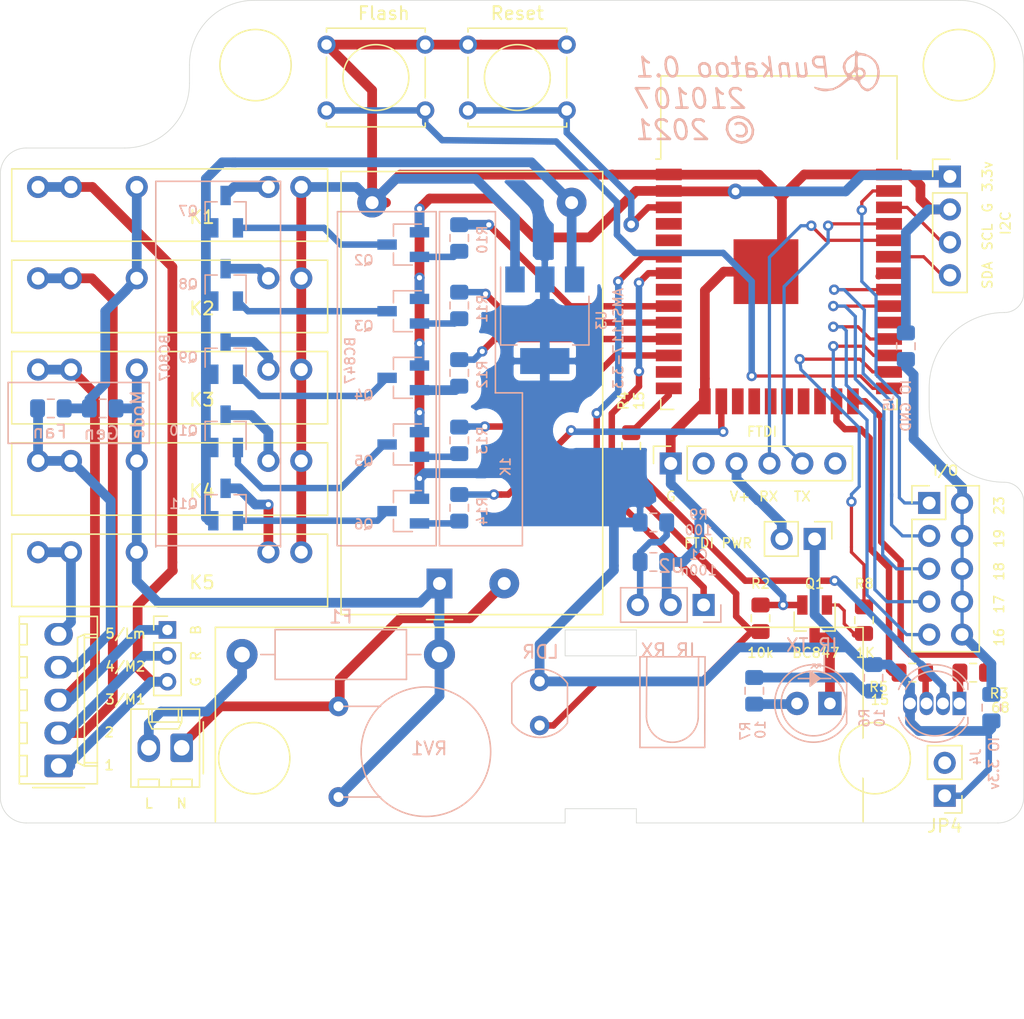
<source format=kicad_pcb>
(kicad_pcb (version 20171130) (host pcbnew 5.1.5+dfsg1-2build2)
  (layers (0 F.Cu signal) (31 B.Cu signal) (34 B.Paste user) (35 F.Paste user) (36 B.SilkS user) (37 F.SilkS user) (38 B.Mask user) (39 F.Mask user) (44 Edge.Cuts user))
  (net 0 "")
  (net 1 GND)
  (net 2 +3V3)
  (net 3 NEUT)
  (net 4 LINE)
  (net 5 "Net-(K1-Pad3)")
  (net 6 "Net-(Q4-Pad3)")
  (net 7 "Net-(Q4-Pad2)")
  (net 8 "Net-(Q5-Pad2)")
  (net 9 "Net-(Q10-Pad1)")
  (net 10 "Net-(K2-Pad3)")
  (net 11 "Net-(K3-Pad3)")
  (net 12 "Net-(K4-Pad3)")
  (net 13 "Net-(K5-Pad3)")
  (net 14 +5V)
  (net 15 "Net-(Q3-Pad3)")
  (net 16 "Net-(Q3-Pad2)")
  (net 17 "Net-(Q2-Pad3)")
  (net 18 "Net-(Q2-Pad2)")
  (net 19 /TXD)
  (net 20 /RXD)
  (net 21 /FLASH)
  (net 22 "Net-(SW1-Pad2)")
  (net 23 R1)
  (net 24 R2)
  (net 25 R3)
  (net 26 R4)
  (net 27 R5)
  (net 28 "Net-(C2-Pad2)")
  (net 29 "Net-(C2-Pad3)")
  (net 30 "Net-(U1-Pad4)")
  (net 31 "Net-(U1-Pad5)")
  (net 32 "Net-(U1-Pad8)")
  (net 33 "Net-(U1-Pad13)")
  (net 34 "Net-(U1-Pad17)")
  (net 35 "Net-(U1-Pad18)")
  (net 36 "Net-(U1-Pad19)")
  (net 37 "Net-(U1-Pad20)")
  (net 38 "Net-(U1-Pad21)")
  (net 39 "Net-(U1-Pad22)")
  (net 40 "Net-(U1-Pad29)")
  (net 41 "Net-(U1-Pad32)")
  (net 42 "Net-(J3-Pad3)")
  (net 43 "Net-(D1-Pad2)")
  (net 44 "Net-(C1-Pad1)")
  (net 45 "Net-(J2-Pad3)")
  (net 46 /M1)
  (net 47 /LMP)
  (net 48 /M2)
  (net 49 "Net-(D1-Pad1)")
  (net 50 "Net-(Q11-Pad1)")
  (net 51 "Net-(JP2-Pad1)")
  (net 52 "Net-(Q1-Pad1)")
  (net 53 "Net-(Q6-Pad2)")
  (net 54 "Net-(D2-Pad2)")
  (net 55 "Net-(D2-Pad1)")
  (net 56 "Net-(U1-Pad6)")
  (net 57 "Net-(F1-Pad2)")
  (net 58 "Net-(R4-Pad1)")
  (net 59 "Net-(J6-Pad4)")
  (net 60 "Net-(J6-Pad3)")
  (net 61 "Net-(R5-Pad1)")
  (net 62 "Net-(D1-Pad3)")
  (net 63 "Net-(J2-Pad10)")
  (net 64 "Net-(J2-Pad9)")
  (net 65 "Net-(J2-Pad7)")
  (net 66 "Net-(J2-Pad5)")
  (net 67 "Net-(J2-Pad1)")
  (net 68 "Net-(J3-Pad6)")
  (net 69 "Net-(J3-Pad2)")
  (net 70 "Net-(R1-Pad2)")
  (net 71 "Net-(R3-Pad1)")
  (net 72 "Net-(R6-Pad2)")
  (net 73 "Net-(R8-Pad1)")
  (net 74 "Net-(D1-Pad4)")
  (module Connector_PinHeader_2.54mm:PinHeader_1x02_P2.54mm_Vertical (layer F.Cu) (at 143.9 119.9 180)
    (fp_text reference JP4 (at 0 -2.33) (layer F.SilkS))
    (fp_text value Indicator)
    (pad 2 thru_hole oval (at 0 2.54 180) (size 1.7 1.7) (drill 1) (layers *.Cu *.Mask) (net 74 "Net-(D1-Pad4)"))
    (pad 1 thru_hole rect (at 0 0 180) (size 1.7 1.7) (drill 1) (layers *.Cu *.Mask) (net 2 +3V3))
  )
  (module OptoDevice+:TSOP38 (layer B.Cu) (at 125.29 105.172 180)
    (fp_text reference U2 (at 2.5 3) (layer B.SilkS) (effects (justify mirror)))
    (fp_text value "IR RX" (at 2.75 -3.5) (layer B.SilkS) (effects (justify mirror)))
    (pad 3 thru_hole oval (at 5.08 0 90) (size 1.7 1.7) (drill 1) (layers *.Cu *.Mask) (net 44 "Net-(C1-Pad1)"))
    (pad 2 thru_hole oval (at 2.54 0 90) (size 1.7 1.7) (drill 1) (layers *.Cu *.Mask) (net 1 GND))
    (pad 1 thru_hole rect (at 0 0 90) (size 1.7 1.7) (drill 1) (layers *.Cu *.Mask) (net 56 "Net-(U1-Pad6)"))
  )
  (module Misc:standoff (layer F.Cu) (at 90.6 117)
    (fp_text reference REF** hide)
    (fp_text value standoff hide)
    (pad "" np_thru_hole circle (at 0 0) (size 3.5 3.5) (drill 3.5) (layers *.Cu *.Mask))
  )
  (module Misc:standoff (layer F.Cu) (at 138.5 117)
    (fp_text reference REF** hide)
    (fp_text value standoff hide)
    (pad "" np_thru_hole circle (at 0 0) (size 3.5 3.5) (drill 3.5) (layers *.Cu *.Mask))
  )
  (module Misc:standoff (layer F.Cu) (at 145 63.5)
    (fp_text reference REF** hide)
    (fp_text value standoff hide)
    (pad "" np_thru_hole circle (at 0 0) (size 3.5 3.5) (drill 3.5) (layers *.Cu *.Mask))
  )
  (module Misc:standoff (layer F.Cu) (at 90.7 63.5)
    (fp_text reference REF** hide)
    (fp_text value standoff hide)
    (pad "" np_thru_hole circle (at 0 0) (size 3.5 3.5) (drill 3.5) (layers *.Cu *.Mask))
  )
  (module Connector_PinHeader_2.54mm:PinHeader_1x04_P2.54mm_Vertical (layer F.Cu) (at 144.3 72.1)
    (fp_text reference J6 hide)
    (fp_text value I2C (at 4.3 3.6 90) (layer F.SilkS) (effects (font (size 0.75 0.75) (thickness 0.12))))
    (pad 4 thru_hole oval (at 0 7.62) (size 1.7 1.7) (drill 1) (layers *.Cu *.Mask) (net 59 "Net-(J6-Pad4)"))
    (pad 3 thru_hole oval (at 0 5.08) (size 1.7 1.7) (drill 1) (layers *.Cu *.Mask) (net 60 "Net-(J6-Pad3)"))
    (pad 2 thru_hole oval (at 0 2.54) (size 1.7 1.7) (drill 1) (layers *.Cu *.Mask) (net 1 GND))
    (pad 1 thru_hole rect (at 0 0) (size 1.7 1.7) (drill 1) (layers *.Cu *.Mask) (net 2 +3V3))
  )
  (module punkatoo:Ceiling_Fan_Capacitor (layer F.Cu) (at 87.6 136.9)
    (fp_text reference Capacitor hide)
    (fp_text value Ceiling_Fan_Capacitor hide)
  )
  (module Button_Switch_THT:SW_Tactile_Straight_KSL0Axx1LFTR (layer F.Cu) (at 103.8 67 180)
    (fp_text reference SW2 hide)
    (fp_text value Flash (at 3.2 7.5) (layer F.SilkS))
    (pad 2 thru_hole circle (at 0 5.08 180) (size 1.397 1.397) (drill 0.8128) (layers *.Cu *.Mask) (net 1 GND))
    (pad 1 thru_hole circle (at 0 0 180) (size 1.397 1.397) (drill 0.8128) (layers *.Cu *.Mask) (net 21 /FLASH))
    (pad 2 thru_hole circle (at 7.62 5.08 180) (size 1.397 1.397) (drill 0.8128) (layers *.Cu *.Mask) (net 1 GND))
    (pad 1 thru_hole circle (at 7.62 0 180) (size 1.397 1.397) (drill 0.8128) (layers *.Cu *.Mask) (net 21 /FLASH))
  )
  (module Button_Switch_THT:SW_Tactile_Straight_KSL0Axx1LFTR (layer F.Cu) (at 107.1 61.92)
    (fp_text reference SW1 hide)
    (fp_text value Reset (at 3.8 -2.42) (layer F.SilkS))
    (pad 2 thru_hole circle (at 0 5.08) (size 1.397 1.397) (drill 0.8128) (layers *.Cu *.Mask) (net 22 "Net-(SW1-Pad2)"))
    (pad 1 thru_hole circle (at 0 0) (size 1.397 1.397) (drill 0.8128) (layers *.Cu *.Mask) (net 1 GND))
    (pad 2 thru_hole circle (at 7.62 5.08) (size 1.397 1.397) (drill 0.8128) (layers *.Cu *.Mask) (net 22 "Net-(SW1-Pad2)"))
    (pad 1 thru_hole circle (at 7.62 0) (size 1.397 1.397) (drill 0.8128) (layers *.Cu *.Mask) (net 1 GND))
  )
  (module punkatoo:varistor_10mm (layer B.Cu) (at 97.1 113)
    (fp_text reference RV1 (at 7 3.25) (layer B.SilkS) (effects (justify mirror)))
    (fp_text value Varistor hide)
    (pad 2 thru_hole circle (at 0 7) (size 1.524 1.524) (drill 0.762) (layers *.Cu *.Mask) (net 4 LINE))
    (pad 1 thru_hole circle (at 0 0) (size 1.524 1.524) (drill 0.762) (layers *.Cu *.Mask) (net 3 NEUT))
  )
  (module Connector_PinHeader_2.00mm:PinHeader_1x03_P2.00mm_Vertical (layer F.Cu) (at 83.9 107.1)
    (fp_text reference C2 hide)
    (fp_text value Capacitor hide)
    (pad 3 thru_hole oval (at 0 4) (size 1.35 1.35) (drill 0.8) (layers *.Cu *.Mask) (net 29 "Net-(C2-Pad3)"))
    (pad 2 thru_hole oval (at 0 2) (size 1.35 1.35) (drill 0.8) (layers *.Cu *.Mask) (net 28 "Net-(C2-Pad2)"))
    (pad 1 thru_hole rect (at 0 0) (size 1.35 1.35) (drill 0.8) (layers *.Cu *.Mask) (net 46 /M1))
  )
  (module Resistor_SMD:R_0805_2012Metric_Pad1.15x1.40mm_HandSolder (layer F.Cu) (at 119.7 92.9 270)
    (fp_text reference R4 (at -3.5 0.6 90) (layer F.SilkS) (effects (font (size 0.75 0.75) (thickness 0.13))))
    (fp_text value 15 (at -3.5 -0.6 90) (layer F.SilkS) (effects (font (size 0.75 0.75) (thickness 0.13))))
    (pad 2 smd roundrect (at 1.025 0 270) (size 1.15 1.4) (layers F.Cu F.Paste F.Mask) (roundrect_rratio 0.217391) (net 43 "Net-(D1-Pad2)"))
    (pad 1 smd roundrect (at -1.025 0 270) (size 1.15 1.4) (layers F.Cu F.Paste F.Mask) (roundrect_rratio 0.217391) (net 58 "Net-(R4-Pad1)"))
  )
  (module RF_Module:ESP32-WROOM-32 (layer F.Cu) (at 131.1 80.2)
    (fp_text reference U1 hide)
    (fp_text value ESP32-WROOM-32)
    (pad 39 smd rect (at -1 -0.755) (size 5 5) (layers F.Cu F.Paste F.Mask) (net 1 GND))
    (pad 1 smd rect (at -8.5 -8.255) (size 2 0.9) (layers F.Cu F.Paste F.Mask) (net 1 GND))
    (pad 2 smd rect (at -8.5 -6.985) (size 2 0.9) (layers F.Cu F.Paste F.Mask) (net 2 +3V3))
    (pad 3 smd rect (at -8.5 -5.715) (size 2 0.9) (layers F.Cu F.Paste F.Mask) (net 22 "Net-(SW1-Pad2)"))
    (pad 4 smd rect (at -8.5 -4.445) (size 2 0.9) (layers F.Cu F.Paste F.Mask) (net 30 "Net-(U1-Pad4)"))
    (pad 5 smd rect (at -8.5 -3.175) (size 2 0.9) (layers F.Cu F.Paste F.Mask) (net 31 "Net-(U1-Pad5)"))
    (pad 6 smd rect (at -8.5 -1.905) (size 2 0.9) (layers F.Cu F.Paste F.Mask) (net 56 "Net-(U1-Pad6)"))
    (pad 7 smd rect (at -8.5 -0.635) (size 2 0.9) (layers F.Cu F.Paste F.Mask) (net 70 "Net-(R1-Pad2)"))
    (pad 8 smd rect (at -8.5 0.635) (size 2 0.9) (layers F.Cu F.Paste F.Mask) (net 32 "Net-(U1-Pad8)"))
    (pad 9 smd rect (at -8.5 1.905) (size 2 0.9) (layers F.Cu F.Paste F.Mask) (net 23 R1))
    (pad 10 smd rect (at -8.5 3.175) (size 2 0.9) (layers F.Cu F.Paste F.Mask) (net 24 R2))
    (pad 11 smd rect (at -8.5 4.445) (size 2 0.9) (layers F.Cu F.Paste F.Mask) (net 25 R3))
    (pad 12 smd rect (at -8.5 5.715) (size 2 0.9) (layers F.Cu F.Paste F.Mask) (net 26 R4))
    (pad 13 smd rect (at -8.5 6.985) (size 2 0.9) (layers F.Cu F.Paste F.Mask) (net 33 "Net-(U1-Pad13)"))
    (pad 14 smd rect (at -8.5 8.255) (size 2 0.9) (layers F.Cu F.Paste F.Mask) (net 58 "Net-(R4-Pad1)"))
    (pad 15 smd rect (at -5.715 9.255 90) (size 2 0.9) (layers F.Cu F.Paste F.Mask) (net 1 GND))
    (pad 16 smd rect (at -4.445 9.255 90) (size 2 0.9) (layers F.Cu F.Paste F.Mask) (net 27 R5))
    (pad 17 smd rect (at -3.175 9.255 90) (size 2 0.9) (layers F.Cu F.Paste F.Mask) (net 34 "Net-(U1-Pad17)"))
    (pad 18 smd rect (at -1.905 9.255 90) (size 2 0.9) (layers F.Cu F.Paste F.Mask) (net 35 "Net-(U1-Pad18)"))
    (pad 19 smd rect (at -0.635 9.255 90) (size 2 0.9) (layers F.Cu F.Paste F.Mask) (net 36 "Net-(U1-Pad19)"))
    (pad 20 smd rect (at 0.635 9.255 90) (size 2 0.9) (layers F.Cu F.Paste F.Mask) (net 37 "Net-(U1-Pad20)"))
    (pad 21 smd rect (at 1.905 9.255 90) (size 2 0.9) (layers F.Cu F.Paste F.Mask) (net 38 "Net-(U1-Pad21)"))
    (pad 22 smd rect (at 3.175 9.255 90) (size 2 0.9) (layers F.Cu F.Paste F.Mask) (net 39 "Net-(U1-Pad22)"))
    (pad 23 smd rect (at 4.445 9.255 90) (size 2 0.9) (layers F.Cu F.Paste F.Mask) (net 61 "Net-(R5-Pad1)"))
    (pad 24 smd rect (at 5.715 9.255 90) (size 2 0.9) (layers F.Cu F.Paste F.Mask) (net 71 "Net-(R3-Pad1)"))
    (pad 25 smd rect (at 8.5 8.255) (size 2 0.9) (layers F.Cu F.Paste F.Mask) (net 21 /FLASH))
    (pad 26 smd rect (at 8.5 6.985) (size 2 0.9) (layers F.Cu F.Paste F.Mask) (net 73 "Net-(R8-Pad1)"))
    (pad 27 smd rect (at 8.5 5.715) (size 2 0.9) (layers F.Cu F.Paste F.Mask) (net 64 "Net-(J2-Pad9)"))
    (pad 28 smd rect (at 8.5 4.445) (size 2 0.9) (layers F.Cu F.Paste F.Mask) (net 65 "Net-(J2-Pad7)"))
    (pad 29 smd rect (at 8.5 3.175) (size 2 0.9) (layers F.Cu F.Paste F.Mask) (net 40 "Net-(U1-Pad29)"))
    (pad 30 smd rect (at 8.5 1.905) (size 2 0.9) (layers F.Cu F.Paste F.Mask) (net 66 "Net-(J2-Pad5)"))
    (pad 31 smd rect (at 8.5 0.635) (size 2 0.9) (layers F.Cu F.Paste F.Mask) (net 45 "Net-(J2-Pad3)"))
    (pad 32 smd rect (at 8.5 -0.635) (size 2 0.9) (layers F.Cu F.Paste F.Mask) (net 41 "Net-(U1-Pad32)"))
    (pad 33 smd rect (at 8.5 -1.905) (size 2 0.9) (layers F.Cu F.Paste F.Mask) (net 59 "Net-(J6-Pad4)"))
    (pad 34 smd rect (at 8.5 -3.175) (size 2 0.9) (layers F.Cu F.Paste F.Mask) (net 20 /RXD))
    (pad 35 smd rect (at 8.5 -4.445) (size 2 0.9) (layers F.Cu F.Paste F.Mask) (net 19 /TXD))
    (pad 36 smd rect (at 8.5 -5.715) (size 2 0.9) (layers F.Cu F.Paste F.Mask) (net 60 "Net-(J6-Pad3)"))
    (pad 37 smd rect (at 8.5 -6.985) (size 2 0.9) (layers F.Cu F.Paste F.Mask) (net 67 "Net-(J2-Pad1)"))
    (pad 38 smd rect (at 8.5 -8.255) (size 2 0.9) (layers F.Cu F.Paste F.Mask) (net 1 GND))
  )
  (module Resistor_THT:R_Axial_DIN0411_L9.9mm_D3.6mm_P15.24mm_Horizontal (layer B.Cu) (at 104.9 109 180)
    (fp_text reference F1 (at 7.62 2.92) (layer B.SilkS) (effects (justify mirror)))
    (fp_text value Fuse)
    (pad 2 thru_hole oval (at 15.24 0 180) (size 2.4 2.4) (drill 1.2) (layers *.Cu *.Mask) (net 57 "Net-(F1-Pad2)"))
    (pad 1 thru_hole circle (at 0 0 180) (size 2.4 2.4) (drill 1.2) (layers *.Cu *.Mask) (net 4 LINE))
  )
  (module Resistor_SMD:R_0805_2012Metric_Pad1.15x1.40mm_HandSolder (layer B.Cu) (at 78.9 90)
    (fp_text reference JP3 hide)
    (fp_text value Gen (at -0.1 1.9) (layer B.SilkS) (effects (justify mirror)))
    (pad 2 smd roundrect (at 1.025 0) (size 1.15 1.4) (layers B.Cu B.Paste B.Mask) (roundrect_rratio 0.217391) (net 4 LINE))
    (pad 1 smd roundrect (at -1.025 0) (size 1.15 1.4) (layers B.Cu B.Paste B.Mask) (roundrect_rratio 0.217391) (net 51 "Net-(JP2-Pad1)"))
  )
  (module Resistor_SMD:R_0805_2012Metric_Pad1.15x1.40mm_HandSolder (layer B.Cu) (at 74.9 90 180)
    (fp_text reference JP2 hide)
    (fp_text value Fan (at 0.1 -1.8) (layer B.SilkS) (effects (justify mirror)))
    (pad 2 smd roundrect (at 1.025 0 180) (size 1.15 1.4) (layers B.Cu B.Paste B.Mask) (roundrect_rratio 0.217391) (net 48 /M2))
    (pad 1 smd roundrect (at -1.025 0 180) (size 1.15 1.4) (layers B.Cu B.Paste B.Mask) (roundrect_rratio 0.217391) (net 51 "Net-(JP2-Pad1)"))
  )
  (module Resistor_SMD:R_0805_2012Metric_Pad1.15x1.40mm_HandSolder (layer B.Cu) (at 140.9 85.2 270)
    (fp_text reference J5 (at 4.4 1.3 90) (layer B.SilkS) (effects (font (size 0.75 0.75) (thickness 0.13)) (justify mirror)))
    (fp_text value "IO GND" (at 4.6 0 90) (layer B.SilkS) (effects (font (size 0.75 0.75) (thickness 0.13)) (justify mirror)))
    (pad 2 smd roundrect (at 1.025 0 270) (size 1.15 1.4) (layers B.Cu B.Paste B.Mask) (roundrect_rratio 0.217391) (net 63 "Net-(J2-Pad10)"))
    (pad 1 smd roundrect (at -1.025 0 270) (size 1.15 1.4) (layers B.Cu B.Paste B.Mask) (roundrect_rratio 0.217391) (net 1 GND))
  )
  (module Resistor_SMD:R_0805_2012Metric_Pad1.15x1.40mm_HandSolder (layer B.Cu) (at 147.5 113.1 90)
    (fp_text reference J4 (at -3.8 -1.2 90) (layer B.SilkS) (effects (font (size 0.75 0.75) (thickness 0.13)) (justify mirror)))
    (fp_text value "IO 3.3v" (at -4.3 0.2 90) (layer B.SilkS) (effects (font (size 0.75 0.75) (thickness 0.13)) (justify mirror)))
    (pad 2 smd roundrect (at 1.025 0 90) (size 1.15 1.4) (layers B.Cu B.Paste B.Mask) (roundrect_rratio 0.217391) (net 63 "Net-(J2-Pad10)"))
    (pad 1 smd roundrect (at -1.025 0 90) (size 1.15 1.4) (layers B.Cu B.Paste B.Mask) (roundrect_rratio 0.217391) (net 2 +3V3))
  )
  (module Connector_PinHeader_2.54mm:PinHeader_2x05_P2.54mm_Vertical (layer F.Cu) (at 142.7 97.3)
    (fp_text reference J2 hide)
    (fp_text value I/O (at 1.275 -2.5) (layer F.SilkS) (effects (font (size 0.75 0.75) (thickness 0.13))))
    (pad 10 thru_hole oval (at 2.54 10.16) (size 1.7 1.7) (drill 1) (layers *.Cu *.Mask) (net 63 "Net-(J2-Pad10)"))
    (pad 9 thru_hole oval (at 0 10.16) (size 1.7 1.7) (drill 1) (layers *.Cu *.Mask) (net 64 "Net-(J2-Pad9)"))
    (pad 8 thru_hole oval (at 2.54 7.62) (size 1.7 1.7) (drill 1) (layers *.Cu *.Mask) (net 63 "Net-(J2-Pad10)"))
    (pad 7 thru_hole oval (at 0 7.62) (size 1.7 1.7) (drill 1) (layers *.Cu *.Mask) (net 65 "Net-(J2-Pad7)"))
    (pad 6 thru_hole oval (at 2.54 5.08) (size 1.7 1.7) (drill 1) (layers *.Cu *.Mask) (net 63 "Net-(J2-Pad10)"))
    (pad 5 thru_hole oval (at 0 5.08) (size 1.7 1.7) (drill 1) (layers *.Cu *.Mask) (net 66 "Net-(J2-Pad5)"))
    (pad 4 thru_hole oval (at 2.54 2.54) (size 1.7 1.7) (drill 1) (layers *.Cu *.Mask) (net 63 "Net-(J2-Pad10)"))
    (pad 3 thru_hole oval (at 0 2.54) (size 1.7 1.7) (drill 1) (layers *.Cu *.Mask) (net 45 "Net-(J2-Pad3)"))
    (pad 2 thru_hole oval (at 2.54 0) (size 1.7 1.7) (drill 1) (layers *.Cu *.Mask) (net 63 "Net-(J2-Pad10)"))
    (pad 1 thru_hole rect (at 0 0) (size 1.7 1.7) (drill 1) (layers *.Cu *.Mask) (net 67 "Net-(J2-Pad1)"))
  )
  (module Connector_PinSocket_2.54mm:PinSocket_1x06_P2.54mm_Vertical (layer F.Cu) (at 122.75 94.25 90)
    (fp_text reference J3 hide)
    (fp_text value FTDI (at 2.45 7.05) (layer F.SilkS) (effects (font (size 0.75 0.75) (thickness 0.13))))
    (pad 6 thru_hole oval (at 0 12.7 90) (size 1.7 1.7) (drill 1) (layers *.Cu *.Mask) (net 68 "Net-(J3-Pad6)"))
    (pad 5 thru_hole oval (at 0 10.16 90) (size 1.7 1.7) (drill 1) (layers *.Cu *.Mask) (net 19 /TXD))
    (pad 4 thru_hole oval (at 0 7.62 90) (size 1.7 1.7) (drill 1) (layers *.Cu *.Mask) (net 20 /RXD))
    (pad 3 thru_hole oval (at 0 5.08 90) (size 1.7 1.7) (drill 1) (layers *.Cu *.Mask) (net 42 "Net-(J3-Pad3)"))
    (pad 2 thru_hole oval (at 0 2.54 90) (size 1.7 1.7) (drill 1) (layers *.Cu *.Mask) (net 69 "Net-(J3-Pad2)"))
    (pad 1 thru_hole rect (at 0 0 90) (size 1.7 1.7) (drill 1) (layers *.Cu *.Mask) (net 1 GND))
  )
  (module Connector_Molex:Molex_KK-254_AE-6410-05A_1x05_P2.54mm_Vertical (layer F.Cu) (at 75.5 117.6 90)
    (fp_text reference J7 hide)
    (fp_text value Output hide)
    (pad 5 thru_hole oval (at 10.16 0 90) (size 1.74 2.2) (drill 1.2) (layers *.Cu *.Mask) (net 47 /LMP))
    (pad 4 thru_hole oval (at 7.62 0 90) (size 1.74 2.2) (drill 1.2) (layers *.Cu *.Mask) (net 48 /M2))
    (pad 3 thru_hole oval (at 5.08 0 90) (size 1.74 2.2) (drill 1.2) (layers *.Cu *.Mask) (net 46 /M1))
    (pad 2 thru_hole oval (at 2.54 0 90) (size 1.74 2.2) (drill 1.2) (layers *.Cu *.Mask) (net 28 "Net-(C2-Pad2)"))
    (pad 1 thru_hole roundrect (at 0 0 90) (size 1.74 2.2) (drill 1.2) (layers *.Cu *.Mask) (roundrect_rratio 0.143678) (net 29 "Net-(C2-Pad3)"))
  )
  (module Connector_Molex:Molex_KK-254_AE-6410-02A_1x02_P2.54mm_Vertical (layer F.Cu) (at 85 116.2 180)
    (fp_text reference J1 hide)
    (fp_text value AC hide)
    (pad 2 thru_hole oval (at 2.54 0 180) (size 1.74 2.2) (drill 1.2) (layers *.Cu *.Mask) (net 57 "Net-(F1-Pad2)"))
    (pad 1 thru_hole roundrect (at 0 0 180) (size 1.74 2.2) (drill 1.2) (layers *.Cu *.Mask) (roundrect_rratio 0.143678) (net 3 NEUT))
  )
  (module Converter_ACDC+:Converter_ACDC_HiLink_HLK-PMxx (layer F.Cu) (at 104.9 103.516 90)
    (fp_text reference PS1 hide)
    (fp_text value HLK-PM01 hide)
    (pad 4 thru_hole circle (at 29.4 10.2 90) (size 2.3 2.3) (drill 1) (layers *.Cu *.Mask) (net 14 +5V))
    (pad 2 thru_hole circle (at 0 5 90) (size 2.3 2.3) (drill 1) (layers *.Cu *.Mask) (net 3 NEUT))
    (pad 1 thru_hole rect (at 0 0 90) (size 2.3 2) (drill 1) (layers *.Cu *.Mask) (net 4 LINE))
    (pad 3 thru_hole circle (at 29.4 -5.2 90) (size 2.3 2.3) (drill 1) (layers *.Cu *.Mask) (net 1 GND))
  )
  (module Relay_SolidState+:G3MB (layer F.Cu) (at 84.072 102.5 180)
    (fp_text reference K5 (at -2.49682 -0.93472) (layer F.SilkS))
    (fp_text value G3MB-Relay_SolidState hide)
    (pad 2 thru_hole circle (at 2.54 1.397 180) (size 1.7 1.7) (drill 1) (layers *.Cu *.Mask) (net 4 LINE))
    (pad 1 thru_hole circle (at 10.16 1.397 180) (size 1.7 1.7) (drill 1) (layers *.Cu *.Mask) (net 47 /LMP))
    (pad 3 thru_hole circle (at -7.62 1.397 180) (size 1.7 1.7) (drill 1) (layers *.Cu *.Mask) (net 13 "Net-(K5-Pad3)"))
    (pad 4 thru_hole circle (at -10.16 1.397 180) (size 1.7 1.7) (drill 1) (layers *.Cu *.Mask) (net 1 GND))
    (pad 1 thru_hole circle (at 7.62 1.397 180) (size 1.7 1.7) (drill 1) (layers *.Cu *.Mask) (net 47 /LMP))
  )
  (module Relay_SolidState+:G3MB (layer F.Cu) (at 84.072 95.4515 180)
    (fp_text reference K4 (at -2.49682 -0.93472) (layer F.SilkS))
    (fp_text value G3MB hide)
    (pad 2 thru_hole circle (at 2.54 1.397 180) (size 1.7 1.7) (drill 1) (layers *.Cu *.Mask) (net 4 LINE))
    (pad 1 thru_hole circle (at 10.16 1.397 180) (size 1.7 1.7) (drill 1) (layers *.Cu *.Mask) (net 48 /M2))
    (pad 3 thru_hole circle (at -7.62 1.397 180) (size 1.7 1.7) (drill 1) (layers *.Cu *.Mask) (net 12 "Net-(K4-Pad3)"))
    (pad 4 thru_hole circle (at -10.16 1.397 180) (size 1.7 1.7) (drill 1) (layers *.Cu *.Mask) (net 1 GND))
    (pad 1 thru_hole circle (at 7.62 1.397 180) (size 1.7 1.7) (drill 1) (layers *.Cu *.Mask) (net 48 /M2))
  )
  (module Relay_SolidState+:G3MB (layer F.Cu) (at 84.072 88.403 180)
    (fp_text reference K3 (at -2.49682 -0.93472) (layer F.SilkS))
    (fp_text value G3MB hide)
    (pad 2 thru_hole circle (at 2.54 1.397 180) (size 1.7 1.7) (drill 1) (layers *.Cu *.Mask) (net 4 LINE))
    (pad 1 thru_hole circle (at 10.16 1.397 180) (size 1.7 1.7) (drill 1) (layers *.Cu *.Mask) (net 46 /M1))
    (pad 3 thru_hole circle (at -7.62 1.397 180) (size 1.7 1.7) (drill 1) (layers *.Cu *.Mask) (net 11 "Net-(K3-Pad3)"))
    (pad 4 thru_hole circle (at -10.16 1.397 180) (size 1.7 1.7) (drill 1) (layers *.Cu *.Mask) (net 1 GND))
    (pad 1 thru_hole circle (at 7.62 1.397 180) (size 1.7 1.7) (drill 1) (layers *.Cu *.Mask) (net 46 /M1))
  )
  (module Relay_SolidState+:G3MB (layer F.Cu) (at 84.072 81.3545 180)
    (fp_text reference K2 (at -2.49682 -0.93472) (layer F.SilkS))
    (fp_text value G3MB hide)
    (pad 2 thru_hole circle (at 2.54 1.397 180) (size 1.7 1.7) (drill 1) (layers *.Cu *.Mask) (net 51 "Net-(JP2-Pad1)"))
    (pad 1 thru_hole circle (at 10.16 1.397 180) (size 1.7 1.7) (drill 1) (layers *.Cu *.Mask) (net 28 "Net-(C2-Pad2)"))
    (pad 3 thru_hole circle (at -7.62 1.397 180) (size 1.7 1.7) (drill 1) (layers *.Cu *.Mask) (net 10 "Net-(K2-Pad3)"))
    (pad 4 thru_hole circle (at -10.16 1.397 180) (size 1.7 1.7) (drill 1) (layers *.Cu *.Mask) (net 1 GND))
    (pad 1 thru_hole circle (at 7.62 1.397 180) (size 1.7 1.7) (drill 1) (layers *.Cu *.Mask) (net 28 "Net-(C2-Pad2)"))
  )
  (module Relay_SolidState+:G3MB (layer F.Cu) (at 84.072 74.306 180)
    (fp_text reference K1 (at -2.49682 -0.93472) (layer F.SilkS))
    (fp_text value G3MB hide)
    (pad 2 thru_hole circle (at 2.54 1.397 180) (size 1.7 1.7) (drill 1) (layers *.Cu *.Mask) (net 51 "Net-(JP2-Pad1)"))
    (pad 1 thru_hole circle (at 10.16 1.397 180) (size 1.7 1.7) (drill 1) (layers *.Cu *.Mask) (net 29 "Net-(C2-Pad3)"))
    (pad 3 thru_hole circle (at -7.62 1.397 180) (size 1.7 1.7) (drill 1) (layers *.Cu *.Mask) (net 5 "Net-(K1-Pad3)"))
    (pad 4 thru_hole circle (at -10.16 1.397 180) (size 1.7 1.7) (drill 1) (layers *.Cu *.Mask) (net 1 GND))
    (pad 1 thru_hole circle (at 7.62 1.397 180) (size 1.7 1.7) (drill 1) (layers *.Cu *.Mask) (net 29 "Net-(C2-Pad3)"))
  )
  (module Resistor_SMD:R_0805_2012Metric_Pad1.15x1.40mm_HandSolder (layer F.Cu) (at 141.4 110.4)
    (fp_text reference R5 (at -2.6 1.1) (layer F.SilkS) (effects (font (size 0.75 0.75) (thickness 0.12))))
    (fp_text value 15 (at -2.5 2.1) (layer F.SilkS) (effects (font (size 0.75 0.75) (thickness 0.12))))
    (pad 2 smd roundrect (at 1.025 0) (size 1.15 1.4) (layers F.Cu F.Paste F.Mask) (roundrect_rratio 0.217391) (net 62 "Net-(D1-Pad3)"))
    (pad 1 smd roundrect (at -1.025 0) (size 1.15 1.4) (layers F.Cu F.Paste F.Mask) (roundrect_rratio 0.217391) (net 61 "Net-(R5-Pad1)"))
  )
  (module Resistor_SMD:R_0805_2012Metric_Pad1.15x1.40mm_HandSolder (layer F.Cu) (at 146.1 110.4 180)
    (fp_text reference R3 (at -2 -1.6 180) (layer F.SilkS) (effects (font (size 0.75 0.75) (thickness 0.12))))
    (fp_text value 68 (at -2.1 -2.7) (layer F.SilkS) (effects (font (size 0.75 0.75) (thickness 0.12))))
    (pad 2 smd roundrect (at 1.025 0 180) (size 1.15 1.4) (layers F.Cu F.Paste F.Mask) (roundrect_rratio 0.217391) (net 49 "Net-(D1-Pad1)"))
    (pad 1 smd roundrect (at -1.025 0 180) (size 1.15 1.4) (layers F.Cu F.Paste F.Mask) (roundrect_rratio 0.217391) (net 71 "Net-(R3-Pad1)"))
  )
  (module LED_THT:LED_D5.0mm-4_RGB (layer B.Cu) (at 145.034 112.776 180)
    (fp_text reference D1 hide)
    (fp_text value LED_RGBA hide)
    (pad 4 thru_hole oval (at 3.81 0 180) (size 1.07 1.8) (drill 0.9) (layers *.Cu *.Mask) (net 74 "Net-(D1-Pad4)"))
    (pad 3 thru_hole oval (at 2.54 0 180) (size 1.07 1.8) (drill 0.9) (layers *.Cu *.Mask) (net 62 "Net-(D1-Pad3)"))
    (pad 2 thru_hole oval (at 1.27 0 180) (size 1.07 1.8) (drill 0.9) (layers *.Cu *.Mask) (net 43 "Net-(D1-Pad2)"))
    (pad 1 thru_hole rect (at 0 0 180) (size 1.07 1.8) (drill 0.9) (layers *.Cu *.Mask) (net 49 "Net-(D1-Pad1)"))
  )
  (module Resistor_SMD:R_0805_2012Metric_Pad1.15x1.40mm_HandSolder (layer B.Cu) (at 138.4 110.8 270)
    (fp_text reference R6 (at 3.1 0.7 90) (layer B.SilkS) (effects (font (size 0.75 0.75) (thickness 0.12)) (justify mirror)))
    (fp_text value 10 (at 3.1 -0.474999 90) (layer B.SilkS) (effects (font (size 0.75 0.75) (thickness 0.12)) (justify mirror)))
    (pad 2 smd roundrect (at 1.025 0 270) (size 1.15 1.4) (layers B.Cu B.Paste B.Mask) (roundrect_rratio 0.217391) (net 72 "Net-(R6-Pad2)"))
    (pad 1 smd roundrect (at -1.025 0 270) (size 1.15 1.4) (layers B.Cu B.Paste B.Mask) (roundrect_rratio 0.217391) (net 2 +3V3))
  )
  (module Resistor_SMD:R_0805_2012Metric_Pad1.15x1.40mm_HandSolder (layer B.Cu) (at 129.2 111.8 270)
    (fp_text reference R7 (at 3.1 0.7 90) (layer B.SilkS) (effects (font (size 0.75 0.75) (thickness 0.12)) (justify mirror)))
    (fp_text value 10 (at 3 -0.474999 90) (layer B.SilkS) (effects (font (size 0.75 0.75) (thickness 0.12)) (justify mirror)))
    (pad 2 smd roundrect (at 1.025 0 270) (size 1.15 1.4) (layers B.Cu B.Paste B.Mask) (roundrect_rratio 0.217391) (net 54 "Net-(D2-Pad2)"))
    (pad 1 smd roundrect (at -1.025 0 270) (size 1.15 1.4) (layers B.Cu B.Paste B.Mask) (roundrect_rratio 0.217391) (net 72 "Net-(R6-Pad2)"))
  )
  (module local:SOT-23_HandSoldering (layer F.Cu) (at 133.858 106.426 270)
    (fp_text reference Q1 (at -2.896 0 180) (layer F.SilkS) (effects (font (size 0.75 0.75) (thickness 0.12))))
    (fp_text value BC847 (at 2.444 -0.092) (layer F.SilkS) (effects (font (size 0.75 0.75) (thickness 0.12))))
    (pad 3 smd rect (at 1.25 0 270) (size 1.5 0.8) (layers F.Cu F.Paste F.Mask) (net 55 "Net-(D2-Pad1)"))
    (pad 2 smd rect (at -1.25 0.95 270) (size 1.5 0.8) (layers F.Cu F.Paste F.Mask) (net 1 GND))
    (pad 1 smd rect (at -1.25 -0.95 270) (size 1.5 0.8) (layers F.Cu F.Paste F.Mask) (net 52 "Net-(Q1-Pad1)"))
  )
  (module OptoDevice:R_LDR_5.1x4.3mm_P3.4mm_Vertical (layer B.Cu) (at 112.63 111.076 270)
    (fp_text reference R1 hide)
    (fp_text value LDR (at -2.276 -0.07) (layer B.SilkS) (effects (justify mirror)))
    (pad 2 thru_hole circle (at 3.4 0 270) (size 1.5 1.5) (drill 0.8) (layers *.Cu *.Mask) (net 70 "Net-(R1-Pad2)"))
    (pad 1 thru_hole circle (at 0 0 270) (size 1.5 1.5) (drill 0.8) (layers *.Cu *.Mask) (net 2 +3V3))
  )
  (module Resistor_SMD:R_0805_2012Metric_Pad1.15x1.40mm_HandSolder (layer F.Cu) (at 129.68 106.201 270)
    (fp_text reference R2 (at -2.671 0) (layer F.SilkS) (effects (font (size 0.75 0.75) (thickness 0.12))))
    (fp_text value 10k (at 2.669 0) (layer F.SilkS) (effects (font (size 0.75 0.75) (thickness 0.12))))
    (pad 2 smd roundrect (at 1.025 0 270) (size 1.15 1.4) (layers F.Cu F.Paste F.Mask) (roundrect_rratio 0.217391) (net 70 "Net-(R1-Pad2)"))
    (pad 1 smd roundrect (at -1.025 0 270) (size 1.15 1.4) (layers F.Cu F.Paste F.Mask) (roundrect_rratio 0.217391) (net 1 GND))
  )
  (module local:SOT-23_HandSoldering (layer B.Cu) (at 88.39 97.42 90)
    (fp_text reference Q11 (at 0.055 -3.247143) (layer B.SilkS) (effects (font (size 0.75 0.75) (thickness 0.13)) (justify mirror)))
    (fp_text value BC807 hide)
    (pad 1 smd rect (at -1.25 0.95 90) (size 1.5 0.8) (layers B.Cu B.Paste B.Mask) (net 50 "Net-(Q11-Pad1)"))
    (pad 2 smd rect (at -1.25 -0.95 90) (size 1.5 0.8) (layers B.Cu B.Paste B.Mask) (net 14 +5V))
    (pad 3 smd rect (at 1.25 0 90) (size 1.5 0.8) (layers B.Cu B.Paste B.Mask) (net 13 "Net-(K5-Pad3)"))
  )
  (module local:SOT-23_HandSoldering (layer B.Cu) (at 102.106 87.641 180)
    (fp_text reference Q4 (at 3.048 -1.3335) (layer B.SilkS) (effects (font (size 0.75 0.75) (thickness 0.13)) (justify mirror)))
    (fp_text value BC847 hide)
    (pad 1 smd rect (at -1.25 0.95 180) (size 1.5 0.8) (layers B.Cu B.Paste B.Mask) (net 2 +3V3))
    (pad 2 smd rect (at -1.25 -0.95 180) (size 1.5 0.8) (layers B.Cu B.Paste B.Mask) (net 7 "Net-(Q4-Pad2)"))
    (pad 3 smd rect (at 1.25 0 180) (size 1.5 0.8) (layers B.Cu B.Paste B.Mask) (net 6 "Net-(Q4-Pad3)"))
  )
  (module local:SOT-23_HandSoldering (layer B.Cu) (at 88.39 86.117 90)
    (fp_text reference Q9 (at 0.055 -2.89 180) (layer B.SilkS) (effects (font (size 0.75 0.75) (thickness 0.13)) (justify mirror)))
    (fp_text value BC807 hide)
    (pad 1 smd rect (at -1.25 0.95 90) (size 1.5 0.8) (layers B.Cu B.Paste B.Mask) (net 6 "Net-(Q4-Pad3)"))
    (pad 2 smd rect (at -1.25 -0.95 90) (size 1.5 0.8) (layers B.Cu B.Paste B.Mask) (net 14 +5V))
    (pad 3 smd rect (at 1.25 0 90) (size 1.5 0.8) (layers B.Cu B.Paste B.Mask) (net 11 "Net-(K3-Pad3)"))
  )
  (module local:SOT-23_HandSoldering (layer B.Cu) (at 102.106 97.928 180)
    (fp_text reference Q6 (at 3.048 -1.016) (layer B.SilkS) (effects (font (size 0.75 0.75) (thickness 0.13)) (justify mirror)))
    (fp_text value BC847 hide)
    (pad 1 smd rect (at -1.25 0.95 180) (size 1.5 0.8) (layers B.Cu B.Paste B.Mask) (net 2 +3V3))
    (pad 2 smd rect (at -1.25 -0.95 180) (size 1.5 0.8) (layers B.Cu B.Paste B.Mask) (net 53 "Net-(Q6-Pad2)"))
    (pad 3 smd rect (at 1.25 0 180) (size 1.5 0.8) (layers B.Cu B.Paste B.Mask) (net 50 "Net-(Q11-Pad1)"))
  )
  (module local:SOT-23_HandSoldering (layer B.Cu) (at 102.106 77.354 180)
    (fp_text reference Q2 (at 3.048 -1.2065) (layer B.SilkS) (effects (font (size 0.75 0.75) (thickness 0.13)) (justify mirror)))
    (fp_text value BC847 hide)
    (pad 1 smd rect (at -1.25 0.95 180) (size 1.5 0.8) (layers B.Cu B.Paste B.Mask) (net 2 +3V3))
    (pad 2 smd rect (at -1.25 -0.95 180) (size 1.5 0.8) (layers B.Cu B.Paste B.Mask) (net 18 "Net-(Q2-Pad2)"))
    (pad 3 smd rect (at 1.25 0 180) (size 1.5 0.8) (layers B.Cu B.Paste B.Mask) (net 17 "Net-(Q2-Pad3)"))
  )
  (module Resistor_SMD:R_0805_2012Metric_Pad1.15x1.40mm_HandSolder (layer B.Cu) (at 121.412 98.806)
    (fp_text reference R9 (at 3.488 -0.606 -180) (layer B.SilkS) (effects (font (size 0.75 0.75) (thickness 0.12)) (justify mirror)))
    (fp_text value 100 (at 3.488 0.594 -180) (layer B.SilkS) (effects (font (size 0.75 0.75) (thickness 0.12)) (justify mirror)))
    (pad 1 smd roundrect (at -1.025 0) (size 1.15 1.4) (layers B.Cu B.Paste B.Mask) (roundrect_rratio 0.217391) (net 2 +3V3))
    (pad 2 smd roundrect (at 1.025 0) (size 1.15 1.4) (layers B.Cu B.Paste B.Mask) (roundrect_rratio 0.217391) (net 44 "Net-(C1-Pad1)"))
  )
  (module local:SOT-23_HandSoldering (layer B.Cu) (at 102.106 82.4975 180)
    (fp_text reference Q3 (at 3.048 -1.143) (layer B.SilkS) (effects (font (size 0.75 0.75) (thickness 0.13)) (justify mirror)))
    (fp_text value BC847 hide)
    (pad 1 smd rect (at -1.25 0.95 180) (size 1.5 0.8) (layers B.Cu B.Paste B.Mask) (net 2 +3V3))
    (pad 2 smd rect (at -1.25 -0.95 180) (size 1.5 0.8) (layers B.Cu B.Paste B.Mask) (net 16 "Net-(Q3-Pad2)"))
    (pad 3 smd rect (at 1.25 0 180) (size 1.5 0.8) (layers B.Cu B.Paste B.Mask) (net 15 "Net-(Q3-Pad3)"))
  )
  (module Resistor_SMD:R_0805_2012Metric_Pad1.15x1.40mm_HandSolder (layer B.Cu) (at 106.424 82.053 270)
    (fp_text reference R11 (at 0.254 -1.778 90) (layer B.SilkS) (effects (font (size 0.75 0.75) (thickness 0.13)) (justify mirror)))
    (fp_text value 1K hide)
    (pad 1 smd roundrect (at -1.025 0 270) (size 1.15 1.4) (layers B.Cu B.Paste B.Mask) (roundrect_rratio 0.217391) (net 24 R2))
    (pad 2 smd roundrect (at 1.025 0 270) (size 1.15 1.4) (layers B.Cu B.Paste B.Mask) (roundrect_rratio 0.217391) (net 16 "Net-(Q3-Pad2)"))
  )
  (module Resistor_SMD:R_0805_2012Metric_Pad1.15x1.40mm_HandSolder (layer B.Cu) (at 106.424 76.846 270)
    (fp_text reference R10 (at 0.127 -1.778 90) (layer B.SilkS) (effects (font (size 0.75 0.75) (thickness 0.13)) (justify mirror)))
    (fp_text value 1K hide)
    (pad 1 smd roundrect (at -1.025 0 270) (size 1.15 1.4) (layers B.Cu B.Paste B.Mask) (roundrect_rratio 0.217391) (net 23 R1))
    (pad 2 smd roundrect (at 1.025 0 270) (size 1.15 1.4) (layers B.Cu B.Paste B.Mask) (roundrect_rratio 0.217391) (net 18 "Net-(Q2-Pad2)"))
  )
  (module Package_TO_SOT_SMD:SOT-223-3_TabPin2 (layer B.Cu) (at 113.028 83.196 270)
    (fp_text reference U3 (at 0.004 -4.372 90) (layer B.SilkS) (effects (font (size 0.75 0.75) (thickness 0.13)) (justify mirror)))
    (fp_text value AMS1117-3.3 (at 1.404 -5.672 90) (layer B.SilkS) (effects (font (size 0.75 0.75) (thickness 0.13)) (justify mirror)))
    (pad 2 smd rect (at 3.15 0 270) (size 2 3.8) (layers B.Cu B.Paste B.Mask) (net 2 +3V3))
    (pad 2 smd rect (at -3.15 0 270) (size 2 1.5) (layers B.Cu B.Paste B.Mask) (net 2 +3V3))
    (pad 3 smd rect (at -3.15 -2.3 270) (size 2 1.5) (layers B.Cu B.Paste B.Mask) (net 14 +5V))
    (pad 1 smd rect (at -3.15 2.3 270) (size 2 1.5) (layers B.Cu B.Paste B.Mask) (net 1 GND))
  )
  (module local:SOT-23_HandSoldering (layer B.Cu) (at 88.39 80.4655 90)
    (fp_text reference Q8 (at 0.055 -2.89 180) (layer B.SilkS) (effects (font (size 0.75 0.75) (thickness 0.13)) (justify mirror)))
    (fp_text value BC807 hide)
    (pad 1 smd rect (at -1.25 0.95 90) (size 1.5 0.8) (layers B.Cu B.Paste B.Mask) (net 15 "Net-(Q3-Pad3)"))
    (pad 2 smd rect (at -1.25 -0.95 90) (size 1.5 0.8) (layers B.Cu B.Paste B.Mask) (net 14 +5V))
    (pad 3 smd rect (at 1.25 0 90) (size 1.5 0.8) (layers B.Cu B.Paste B.Mask) (net 10 "Net-(K2-Pad3)"))
  )
  (module local:SOT-23_HandSoldering (layer B.Cu) (at 102.106 92.7845 180)
    (fp_text reference Q5 (at 3.048 -1.27) (layer B.SilkS) (effects (font (size 0.75 0.75) (thickness 0.13)) (justify mirror)))
    (fp_text value BC847 hide)
    (pad 1 smd rect (at -1.25 0.95 180) (size 1.5 0.8) (layers B.Cu B.Paste B.Mask) (net 2 +3V3))
    (pad 2 smd rect (at -1.25 -0.95 180) (size 1.5 0.8) (layers B.Cu B.Paste B.Mask) (net 8 "Net-(Q5-Pad2)"))
    (pad 3 smd rect (at 1.25 0 180) (size 1.5 0.8) (layers B.Cu B.Paste B.Mask) (net 9 "Net-(Q10-Pad1)"))
  )
  (module Resistor_SMD:R_0805_2012Metric_Pad1.15x1.40mm_HandSolder (layer B.Cu) (at 106.424 97.674 90)
    (fp_text reference R14 (at -0.254 1.778 90) (layer B.SilkS) (effects (font (size 0.75 0.75) (thickness 0.13)) (justify mirror)))
    (fp_text value 1K hide)
    (pad 1 smd roundrect (at -1.025 0 90) (size 1.15 1.4) (layers B.Cu B.Paste B.Mask) (roundrect_rratio 0.217391) (net 53 "Net-(Q6-Pad2)"))
    (pad 2 smd roundrect (at 1.025 0 90) (size 1.15 1.4) (layers B.Cu B.Paste B.Mask) (roundrect_rratio 0.217391) (net 27 R5))
  )
  (module local:SOT-23_HandSoldering (layer B.Cu) (at 88.39 91.7685 90)
    (fp_text reference Q10 (at 0.055 -3.247143 180) (layer B.SilkS) (effects (font (size 0.75 0.75) (thickness 0.13)) (justify mirror)))
    (fp_text value BC807 hide)
    (pad 1 smd rect (at -1.25 0.95 90) (size 1.5 0.8) (layers B.Cu B.Paste B.Mask) (net 9 "Net-(Q10-Pad1)"))
    (pad 2 smd rect (at -1.25 -0.95 90) (size 1.5 0.8) (layers B.Cu B.Paste B.Mask) (net 14 +5V))
    (pad 3 smd rect (at 1.25 0 90) (size 1.5 0.8) (layers B.Cu B.Paste B.Mask) (net 12 "Net-(K4-Pad3)"))
  )
  (module Capacitor_SMD:C_0805_2012Metric_Pad1.15x1.40mm_HandSolder (layer B.Cu) (at 121.412 101.854)
    (fp_text reference C1 (at 3.488 -0.554) (layer B.SilkS) (effects (font (size 0.75 0.75) (thickness 0.12)) (justify mirror)))
    (fp_text value 100n (at 3.488 0.646 180) (layer B.SilkS) (effects (font (size 0.75 0.75) (thickness 0.12)) (justify mirror)))
    (pad 1 smd roundrect (at -1.025 0) (size 1.15 1.4) (layers B.Cu B.Paste B.Mask) (roundrect_rratio 0.217391) (net 44 "Net-(C1-Pad1)"))
    (pad 2 smd roundrect (at 1.025 0) (size 1.15 1.4) (layers B.Cu B.Paste B.Mask) (roundrect_rratio 0.217391) (net 1 GND))
  )
  (module Resistor_SMD:R_0805_2012Metric_Pad1.15x1.40mm_HandSolder (layer B.Cu) (at 106.424 87.26 270)
    (fp_text reference R12 (at 0.127 -1.778 90) (layer B.SilkS) (effects (font (size 0.75 0.75) (thickness 0.13)) (justify mirror)))
    (fp_text value 1K hide)
    (pad 1 smd roundrect (at -1.025 0 270) (size 1.15 1.4) (layers B.Cu B.Paste B.Mask) (roundrect_rratio 0.217391) (net 25 R3))
    (pad 2 smd roundrect (at 1.025 0 270) (size 1.15 1.4) (layers B.Cu B.Paste B.Mask) (roundrect_rratio 0.217391) (net 7 "Net-(Q4-Pad2)"))
  )
  (module local:SOT-23_HandSoldering (layer B.Cu) (at 88.39 74.814 90)
    (fp_text reference Q7 (at 0.055 -2.89 180) (layer B.SilkS) (effects (font (size 0.75 0.75) (thickness 0.13)) (justify mirror)))
    (fp_text value BC807 hide)
    (pad 1 smd rect (at -1.25 0.95 90) (size 1.5 0.8) (layers B.Cu B.Paste B.Mask) (net 17 "Net-(Q2-Pad3)"))
    (pad 2 smd rect (at -1.25 -0.95 90) (size 1.5 0.8) (layers B.Cu B.Paste B.Mask) (net 14 +5V))
    (pad 3 smd rect (at 1.25 0 90) (size 1.5 0.8) (layers B.Cu B.Paste B.Mask) (net 5 "Net-(K1-Pad3)"))
  )
  (module Resistor_SMD:R_0805_2012Metric_Pad1.15x1.40mm_HandSolder (layer B.Cu) (at 106.424 92.467 270)
    (fp_text reference R13 (at 0 -1.778 90) (layer B.SilkS) (effects (font (size 0.75 0.75) (thickness 0.13)) (justify mirror)))
    (fp_text value 1K hide)
    (pad 1 smd roundrect (at -1.025 0 270) (size 1.15 1.4) (layers B.Cu B.Paste B.Mask) (roundrect_rratio 0.217391) (net 26 R4))
    (pad 2 smd roundrect (at 1.025 0 270) (size 1.15 1.4) (layers B.Cu B.Paste B.Mask) (roundrect_rratio 0.217391) (net 8 "Net-(Q5-Pad2)"))
  )
  (module LED_THT:LED_D5.0mm (layer B.Cu) (at 135.04 112.776 180)
    (fp_text reference D2 hide)
    (fp_text value "IR TX" (at 1.4 4.5) (layer B.SilkS) (effects (justify mirror)))
    (pad 2 thru_hole circle (at 2.54 0 180) (size 1.8 1.8) (drill 0.9) (layers *.Cu *.Mask) (net 54 "Net-(D2-Pad2)"))
    (pad 1 thru_hole rect (at 0 0 180) (size 1.8 1.8) (drill 0.9) (layers *.Cu *.Mask) (net 55 "Net-(D2-Pad1)"))
  )
  (module Connector_PinHeader_2.54mm:PinHeader_1x02_P2.54mm_Vertical (layer F.Cu) (at 133.858 100.076 270)
    (fp_text reference JP1 hide)
    (fp_text value "FTDI PWR" (at 0.324 7.458 180) (layer F.SilkS) (effects (font (size 0.75 0.75) (thickness 0.12))))
    (pad 2 thru_hole oval (at 0 2.54 270) (size 1.7 1.7) (drill 1) (layers *.Cu *.Mask) (net 42 "Net-(J3-Pad3)"))
    (pad 1 thru_hole rect (at 0 0 270) (size 1.7 1.7) (drill 1) (layers *.Cu *.Mask) (net 2 +3V3))
  )
  (module Resistor_SMD:R_0805_2012Metric_Pad1.15x1.40mm_HandSolder (layer F.Cu) (at 137.668 106.348 270)
    (fp_text reference R8 (at -2.818 -0.012 180) (layer F.SilkS) (effects (font (size 0.75 0.75) (thickness 0.12))))
    (fp_text value 1K (at 2.522 -0.102 180) (layer F.SilkS) (effects (font (size 0.75 0.75) (thickness 0.12))))
    (pad 2 smd roundrect (at 1.025 0 270) (size 1.15 1.4) (layers F.Cu F.Paste F.Mask) (roundrect_rratio 0.217391) (net 52 "Net-(Q1-Pad1)"))
    (pad 1 smd roundrect (at -1.025 0 270) (size 1.15 1.4) (layers F.Cu F.Paste F.Mask) (roundrect_rratio 0.217391) (net 73 "Net-(R8-Pad1)"))
  )
  (module Test:logo (layer B.Cu) (at 136.4 63.9 180)
    (fp_text reference G*** hide)
    (fp_text value LOGO hide)
  )
  (gr_line (start 114.6 122) (end 73 122) (layer Edge.Cuts) (width 0.05))
  (gr_line (start 120.1 120.9) (end 120.1 122) (layer Edge.Cuts) (width 0.05))
  (gr_line (start 114.6 120.9) (end 114.6 122) (layer Edge.Cuts) (width 0.05))
  (gr_line (start 120.1 120.9) (end 114.6 120.9) (layer Edge.Cuts) (width 0.05))
  (gr_line (start 120.1 109.1) (end 120.1 107.1) (layer Edge.Cuts) (width 0.05))
  (gr_line (start 114.6 109.1) (end 120.1 109.1) (layer Edge.Cuts) (width 0.05))
  (gr_line (start 114.6 107.1) (end 114.6 109.1) (layer Edge.Cuts) (width 0.05))
  (gr_line (start 120.1 107.1) (end 114.6 107.1) (layer Edge.Cuts) (width 0.05))
  (gr_line (start 111.3 100.6) (end 109.218 100.6) (layer B.SilkS) (width 0.12))
  (gr_line (start 111.3 88.8) (end 111.3 100.6) (layer B.SilkS) (width 0.12))
  (gr_line (start 109.2 88.8) (end 111.3 88.8) (layer B.SilkS) (width 0.12))
  (gr_line (start 142.7 89.9) (end 142.7 88.4) (layer Edge.Cuts) (width 0.05))
  (gr_arc (start 148.5 88.4) (end 148.5 82.6) (angle -90) (layer Edge.Cuts) (width 0.05))
  (gr_arc (start 148.5 89.9) (end 142.7 89.9) (angle -90) (layer Edge.Cuts) (width 0.05))
  (gr_line (start 120.1 122) (end 148 122) (layer Edge.Cuts) (width 0.05))
  (gr_arc (start 73 120) (end 71 120) (angle -90) (layer Edge.Cuts) (width 0.05))
  (gr_line (start 150 97.2) (end 150 120) (layer Edge.Cuts) (width 0.05))
  (gr_line (start 150 63.5) (end 150 81.1) (layer Edge.Cuts) (width 0.05))
  (gr_arc (start 148.5 81.1) (end 148.5 82.6) (angle -90) (layer Edge.Cuts) (width 0.05))
  (gr_arc (start 148.5 97.2) (end 150 97.2) (angle -90) (layer Edge.Cuts) (width 0.05))
  (gr_arc (start 148 120) (end 148 122) (angle -90) (layer Edge.Cuts) (width 0.05))
  (gr_text 3.3v (at 147.2 72.100001 90) (layer F.SilkS) (effects (font (size 0.75 0.75) (thickness 0.12))))
  (gr_text 23 (at 148.1 97.500001 90) (layer F.SilkS) (effects (font (size 0.75 0.75) (thickness 0.12))))
  (gr_text "19\n" (at 148.1 100.040001 90) (layer F.SilkS) (effects (font (size 0.75 0.75) (thickness 0.12))))
  (gr_text "18\n" (at 148.1 102.580001 90) (layer F.SilkS) (effects (font (size 0.75 0.75) (thickness 0.12))))
  (gr_text "17\n" (at 148.1 105.120001 90) (layer F.SilkS) (effects (font (size 0.75 0.75) (thickness 0.12))))
  (gr_text 16 (at 148.1 107.660001 90) (layer F.SilkS) (effects (font (size 0.75 0.75) (thickness 0.12))))
  (gr_text Mode (at 81.6 90.5 90) (layer B.SilkS) (effects (font (size 1 1)) (justify mirror)))
  (gr_text G (at 147.2 74.509048 90) (layer F.SilkS) (effects (font (size 0.75 0.75) (thickness 0.12))))
  (gr_text SCL (at 147.2 76.775239 90) (layer F.SilkS) (effects (font (size 0.75 0.75) (thickness 0.12))))
  (gr_text SDA (at 147.2 79.720001 90) (layer F.SilkS) (effects (font (size 0.75 0.75) (thickness 0.12))))
  (gr_arc (start 90.6 63.5) (end 90.6 58.5) (angle -90) (layer Edge.Cuts) (width 0.05))
  (gr_line (start 145 58.5) (end 90.6 58.5) (layer Edge.Cuts) (width 0.05))
  (gr_arc (start 145 63.5) (end 150 63.5) (angle -90) (layer Edge.Cuts) (width 0.05))
  (gr_text G (at 86.1 111.1 -270) (layer F.SilkS) (effects (font (size 0.75 0.75) (thickness 0.13))))
  (gr_text R (at 86.1 109.1 -270) (layer F.SilkS) (effects (font (size 0.75 0.75) (thickness 0.13))))
  (gr_text V+ (at 128.1 96.8) (layer F.SilkS) (effects (font (size 0.75 0.75) (thickness 0.12))))
  (gr_text TX (at 132.9 96.8) (layer F.SilkS) (effects (font (size 0.75 0.75) (thickness 0.12))))
  (gr_text RX (at 130.3 96.8) (layer F.SilkS) (effects (font (size 0.75 0.75) (thickness 0.12))))
  (gr_text G (at 122.76 96.8) (layer F.SilkS) (effects (font (size 0.75 0.75) (thickness 0.12))))
  (gr_text B (at 86.1 107.1 -270) (layer F.SilkS) (effects (font (size 0.75 0.75) (thickness 0.12))))
  (gr_line (start 71.6 92.7) (end 71.6 88) (layer B.SilkS) (width 0.12))
  (gr_line (start 82.5 92.7) (end 71.6 92.7) (layer B.SilkS) (width 0.12))
  (gr_line (start 82.5 88) (end 82.5 92.7) (layer B.SilkS) (width 0.12))
  (gr_line (start 71.6 88) (end 82.5 88) (layer B.SilkS) (width 0.12))
  (gr_line (start 135.1 110.85) (end 132.6 110.85) (layer B.SilkS) (width 0.12))
  (gr_line (start 124.875 113.772) (end 124.9 109.172) (layer B.SilkS) (width 0.12))
  (gr_line (start 120.875 113.772) (end 120.9 109.172) (layer B.SilkS) (width 0.12))
  (gr_arc (start 122.875 113.772) (end 120.875 113.772) (angle -180) (layer B.SilkS) (width 0.12))
  (gr_line (start 120.375 116.172) (end 125.375 116.172) (layer B.SilkS) (width 0.12))
  (gr_line (start 120.375 116.172) (end 120.375 109.172) (layer B.SilkS) (width 0.12))
  (gr_line (start 125.4 109.172) (end 125.375 116.172) (layer B.SilkS) (width 0.12))
  (gr_line (start 120.375 109.172) (end 125.4 109.172) (layer B.SilkS) (width 0.12))
  (gr_line (start 71 71.9) (end 71 120) (layer Edge.Cuts) (width 0.05))
  (gr_line (start 73 69.9) (end 80.6 69.9) (layer Edge.Cuts) (width 0.05))
  (gr_line (start 85.6 63.5) (end 85.6 64.9) (layer Edge.Cuts) (width 0.05))
  (gr_arc (start 73 71.9) (end 73 69.9) (angle -90) (layer Edge.Cuts) (width 0.05))
  (gr_arc (start 80.6 64.9) (end 80.6 69.9) (angle -90) (layer Edge.Cuts) (width 0.05))
  (gr_line (start 133.9 109.95) (end 133.9 109.75) (layer B.SilkS) (width 0.12))
  (gr_line (start 133.6 110.05) (end 133.9 109.75) (layer B.SilkS) (width 0.12))
  (gr_line (start 133.9 109.75) (end 133.7 109.75) (layer B.SilkS) (width 0.12))
  (gr_line (start 134.3 109.75) (end 134.1 109.75) (layer B.SilkS) (width 0.12))
  (gr_line (start 134.3 109.95) (end 134.3 109.75) (layer B.SilkS) (width 0.12))
  (gr_line (start 134 110.05) (end 134.3 109.75) (layer B.SilkS) (width 0.12))
  (gr_line (start 134.6 110.3) (end 134.6 109.1) (layer B.SilkS) (width 0.12))
  (gr_poly (pts (xy 133.5 111.45) (xy 134.3 110.85) (xy 133.5 110.25)) (layer B.SilkS) (width 0.1))
  (gr_line (start 92.63 72.474) (end 83.002 72.474) (layer B.SilkS) (width 0.12))
  (gr_line (start 92.63 100.6) (end 83.002 100.6) (layer B.SilkS) (width 0.12))
  (gr_text N (at 85 120.5) (layer F.SilkS) (effects (font (size 0.75 0.75) (thickness 0.13))))
  (gr_text L (at 82.46 120.5) (layer F.SilkS) (effects (font (size 0.75 0.75) (thickness 0.13))))
  (gr_text 1 (at 79.4 117.545) (layer F.SilkS) (effects (font (size 0.75 0.75) (thickness 0.13))))
  (gr_text 2 (at 79.4 115.005) (layer F.SilkS) (effects (font (size 0.75 0.75) (thickness 0.13))))
  (gr_text 3/M1 (at 80.65 112.465) (layer F.SilkS) (effects (font (size 0.75 0.75) (thickness 0.13))))
  (gr_text 4/M2 (at 80.65 109.925) (layer F.SilkS) (effects (font (size 0.75 0.75) (thickness 0.13))))
  (gr_text 5/Lm (at 80.667857 107.385) (layer F.SilkS) (effects (font (size 0.75 0.75) (thickness 0.13))))
  (gr_line (start 83.002 72.474) (end 83 100.7) (layer B.SilkS) (width 0.12))
  (gr_line (start 92.63 100.7) (end 92.63 72.474) (layer B.SilkS) (width 0.12))
  (gr_text 1K (at 110 94.5 -270) (layer B.SilkS) (effects (font (size 0.75 0.75) (thickness 0.13)) (justify mirror)))
  (gr_line (start 97.026 74.814) (end 97 100.6) (layer B.SilkS) (width 0.12))
  (gr_line (start 97.026 100.6) (end 104.646 100.6) (layer B.SilkS) (width 0.12))
  (gr_line (start 104.646 100.6) (end 104.646 74.814) (layer B.SilkS) (width 0.12))
  (gr_text BC807 (at 83.7 86.1 90) (layer B.SilkS) (effects (font (size 0.75 0.75) (thickness 0.13)) (justify mirror)))
  (gr_text BC847 (at 98 86.3 -270) (layer B.SilkS) (effects (font (size 0.75 0.75) (thickness 0.13)) (justify mirror)))
  (gr_line (start 104.646 74.814) (end 97.026 74.814) (layer B.SilkS) (width 0.12))
  (gr_line (start 104.9 100.6) (end 109.218 100.6) (layer B.SilkS) (width 0.12))
  (gr_line (start 109.218 88.8) (end 109.218 74.814) (layer B.SilkS) (width 0.12))
  (gr_line (start 109.218 74.814) (end 104.9 74.814) (layer B.SilkS) (width 0.12))
  (gr_line (start 104.9 74.814) (end 104.9 100.6) (layer B.SilkS) (width 0.12))
  (gr_text "Punkatoo 0.1\n210107\n© 2021" (at 119.9 66.1) (layer B.SilkS) (effects (font (size 1.5 1.5) (thickness 0.2) italic) (justify right mirror)))
  (segment (start 94.232 87.006) (end 94.232 79.9575) (width 0.75) (layer F.Cu) (net 1))
  (segment (start 107.694 72.274) (end 101.542 72.274) (width 0.75) (layer B.Cu) (net 1))
  (segment (start 110.728 80.046) (end 110.728 75.308) (width 0.75) (layer B.Cu) (net 1))
  (segment (start 100.772 74.116) (end 99.7 74.116) (width 0.75) (layer F.Cu) (net 1))
  (segment (start 110.728 75.308) (end 107.694 72.274) (width 0.75) (layer B.Cu) (net 1))
  (segment (start 94.232 73.798) (end 94.232 72.909) (width 0.75) (layer F.Cu) (net 1))
  (segment (start 94.232 79.9575) (end 94.232 73.798) (width 0.75) (layer F.Cu) (net 1))
  (segment (start 94.232 101.103) (end 94.232 94.0545) (width 0.75) (layer F.Cu) (net 1))
  (segment (start 101.542 72.274) (end 99.7 74.116) (width 0.75) (layer B.Cu) (net 1))
  (segment (start 94.232 94.0545) (end 94.232 87.006) (width 0.75) (layer F.Cu) (net 1))
  (segment (start 100.78 73.036) (end 99.7 74.116) (width 0.75) (layer B.Cu) (net 1))
  (segment (start 131.332 73.732) (end 131.332 79.459) (width 0.75) (layer F.Cu) (net 1))
  (segment (start 132.291 78.5) (end 131.332 79.459) (width 0.5) (layer F.Cu) (net 1))
  (segment (start 122.74 94.26) (end 122.75 94.25) (width 0.75) (layer B.Cu) (net 1))
  (segment (start 122.675 94.325) (end 122.75 94.25) (width 0.5) (layer F.Cu) (net 1))
  (segment (start 122.64 94.36) (end 122.75 94.25) (width 0.5) (layer B.Cu) (net 1))
  (segment (start 122.437 104.859) (end 122.75 105.172) (width 0.75) (layer B.Cu) (net 1))
  (segment (start 123.698 101.854) (end 124.959 100.593) (width 0.75) (layer B.Cu) (net 1))
  (segment (start 124.959 100.593) (end 124.959 98.806) (width 0.75) (layer B.Cu) (net 1))
  (segment (start 122.437 101.854) (end 123.698 101.854) (width 0.75) (layer B.Cu) (net 1))
  (segment (start 124.959 98.035) (end 124.959 98.806) (width 0.75) (layer B.Cu) (net 1))
  (segment (start 122.75 95.826) (end 124.959 98.035) (width 0.75) (layer B.Cu) (net 1))
  (segment (start 122.75 94.25) (end 122.75 95.826) (width 0.75) (layer B.Cu) (net 1))
  (segment (start 122.884081 105.306081) (end 122.75 105.172) (width 0.75) (layer B.Cu) (net 1))
  (segment (start 98.493 72.909) (end 99.7 74.116) (width 0.75) (layer B.Cu) (net 1))
  (segment (start 94.232 72.909) (end 98.493 72.909) (width 0.75) (layer B.Cu) (net 1))
  (segment (start 125.385 87.705) (end 125.385 89.455) (width 0.75) (layer F.Cu) (net 1))
  (segment (start 125.385 80.91) (end 125.385 87.705) (width 0.75) (layer F.Cu) (net 1))
  (segment (start 126.85 79.445) (end 125.385 80.91) (width 0.75) (layer F.Cu) (net 1))
  (segment (start 130.1 79.445) (end 126.85 79.445) (width 0.75) (layer F.Cu) (net 1))
  (segment (start 122.75 92.09) (end 125.385 89.455) (width 0.75) (layer F.Cu) (net 1))
  (segment (start 122.75 94.25) (end 122.75 92.09) (width 0.75) (layer F.Cu) (net 1))
  (segment (start 118.235 71.959) (end 118.235 71.935) (width 0.75) (layer F.Cu) (net 1))
  (segment (start 129.559 71.959) (end 118.235 71.959) (width 0.75) (layer F.Cu) (net 1))
  (segment (start 131.332 73.732) (end 129.559 71.959) (width 0.75) (layer F.Cu) (net 1))
  (segment (start 96.18 61.92) (end 103.8 61.92) (width 0.75) (layer F.Cu) (net 1))
  (segment (start 103.8 61.92) (end 107.1 61.92) (width 0.75) (layer F.Cu) (net 1))
  (segment (start 108.087828 61.92) (end 114.72 61.92) (width 0.75) (layer F.Cu) (net 1))
  (segment (start 107.1 61.92) (end 108.087828 61.92) (width 0.75) (layer F.Cu) (net 1))
  (segment (start 99.7 65.44) (end 96.18 61.92) (width 0.75) (layer F.Cu) (net 1))
  (segment (start 99.7 74.116) (end 99.7 65.44) (width 0.75) (layer F.Cu) (net 1))
  (segment (start 101.857 71.959) (end 99.7 74.116) (width 0.75) (layer F.Cu) (net 1))
  (segment (start 118.235 71.959) (end 101.857 71.959) (width 0.75) (layer F.Cu) (net 1))
  (segment (start 133.055 71.945) (end 139.6 71.945) (width 0.75) (layer F.Cu) (net 1))
  (segment (start 131.332 73.668) (end 133.055 71.945) (width 0.75) (layer F.Cu) (net 1))
  (segment (start 131.332 73.732) (end 131.332 73.668) (width 0.75) (layer F.Cu) (net 1))
  (segment (start 142.822918 74.64) (end 144.3 74.64) (width 0.75) (layer F.Cu) (net 1))
  (segment (start 142.024999 73.842081) (end 142.822918 74.64) (width 0.75) (layer F.Cu) (net 1))
  (segment (start 142.024999 72.795) (end 142.024999 73.842081) (width 0.75) (layer F.Cu) (net 1))
  (segment (start 141.174999 71.945) (end 142.024999 72.795) (width 0.75) (layer F.Cu) (net 1))
  (segment (start 139.6 71.945) (end 141.174999 71.945) (width 0.75) (layer F.Cu) (net 1))
  (segment (start 140.9 84.175) (end 140.9 76.4) (width 0.75) (layer B.Cu) (net 1))
  (segment (start 142.66 74.64) (end 144.3 74.64) (width 0.75) (layer B.Cu) (net 1))
  (segment (start 140.9 76.4) (end 142.66 74.64) (width 0.75) (layer B.Cu) (net 1))
  (segment (start 131.424 105.176) (end 132.908 105.176) (width 0.5) (layer F.Cu) (net 1))
  (via (at 131.424 105.176) (size 0.8) (drill 0.4) (layers F.Cu B.Cu) (net 1))
  (segment (start 123.012 101.854) (end 122.437 101.854) (width 0.5) (layer B.Cu) (net 1))
  (segment (start 122.437 101.854) (end 122.437 104.859) (width 0.75) (layer B.Cu) (net 1))
  (segment (start 129.68 105.176) (end 131.424 105.176) (width 0.5) (layer F.Cu) (net 1))
  (segment (start 131.424 104.5) (end 124.959 98.035) (width 0.5) (layer B.Cu) (net 1))
  (segment (start 131.424 105.176) (end 131.424 104.5) (width 0.5) (layer B.Cu) (net 1))
  (via (at 103.356 90.328) (size 0.8) (drill 0.4) (layers F.Cu B.Cu) (net 2))
  (segment (start 103.356 79.914) (end 103.356 79.914) (width 0.75) (layer B.Cu) (net 2))
  (via (at 103.356 79.914) (size 0.8) (drill 0.4) (layers F.Cu B.Cu) (net 2))
  (segment (start 103.356 74.58) (end 103.356 74.58) (width 0.75) (layer B.Cu) (net 2))
  (via (at 103.356 74.58) (size 0.8) (drill 0.4) (layers F.Cu B.Cu) (net 2))
  (segment (start 103.356 86.691) (end 103.356 84.994) (width 0.75) (layer B.Cu) (net 2))
  (segment (start 103.356 84.994) (end 103.356 84.994) (width 0.75) (layer B.Cu) (net 2))
  (segment (start 103.356 86.691) (end 103.061 86.691) (width 0.75) (layer B.Cu) (net 2))
  (segment (start 103.356 81.5475) (end 103.2515 81.5475) (width 0.75) (layer B.Cu) (net 2))
  (segment (start 113.028 80.046) (end 113.028 86.346) (width 0.75) (layer B.Cu) (net 2))
  (via (at 103.356 84.994) (size 0.8) (drill 0.4) (layers F.Cu B.Cu) (net 2))
  (segment (start 103.356 96.978) (end 103.356 95.408) (width 0.75) (layer B.Cu) (net 2))
  (segment (start 103.356 95.408) (end 103.356 95.408) (width 0.75) (layer B.Cu) (net 2))
  (via (at 103.356 95.408) (size 0.8) (drill 0.4) (layers F.Cu B.Cu) (net 2))
  (segment (start 103.356 90.328) (end 103.356 90.328) (width 0.75) (layer B.Cu) (net 2))
  (segment (start 103.356 76.404) (end 103.356 74.58) (width 0.75) (layer B.Cu) (net 2))
  (segment (start 103.356 81.5475) (end 103.356 79.914) (width 0.75) (layer B.Cu) (net 2))
  (segment (start 103.356 91.8345) (end 103.356 90.328) (width 0.75) (layer B.Cu) (net 2))
  (segment (start 127.75 73.25) (end 127.75 73.25) (width 0.75) (layer F.Cu) (net 2))
  (via (at 127.75 73.25) (size 1.2) (drill 0.6) (layers F.Cu B.Cu) (net 2))
  (segment (start 103.764 95) (end 103.356 95.408) (width 0.75) (layer B.Cu) (net 2))
  (segment (start 111.5 95) (end 103.764 95) (width 0.75) (layer B.Cu) (net 2))
  (segment (start 113.028 93.472) (end 111.5 95) (width 0.75) (layer B.Cu) (net 2))
  (segment (start 113.028 88.096) (end 113.028 93.472) (width 0.75) (layer B.Cu) (net 2))
  (segment (start 113.028 86.346) (end 113.028 88.096) (width 0.75) (layer B.Cu) (net 2))
  (segment (start 113.028 93.472) (end 113.031 93.475) (width 0.5) (layer B.Cu) (net 2))
  (segment (start 118.362 98.806) (end 113.028 93.472) (width 0.75) (layer B.Cu) (net 2))
  (segment (start 120.387 98.806) (end 118.362 98.806) (width 0.75) (layer B.Cu) (net 2))
  (segment (start 103.356 74.58) (end 103.356 79.914) (width 0.75) (layer F.Cu) (net 2))
  (segment (start 103.356 79.914) (end 103.356 84.994) (width 0.75) (layer F.Cu) (net 2))
  (segment (start 103.356 84.994) (end 103.356 90.328) (width 0.75) (layer F.Cu) (net 2))
  (segment (start 103.356 90.328) (end 103.356 95.408) (width 0.75) (layer F.Cu) (net 2))
  (segment (start 136.25 73.25) (end 127.75 73.25) (width 0.75) (layer B.Cu) (net 2))
  (segment (start 139.623 109.775) (end 138.4 109.775) (width 0.75) (layer B.Cu) (net 2))
  (segment (start 141.224 111.376) (end 139.623 109.775) (width 0.75) (layer B.Cu) (net 2))
  (segment (start 141.224 112.776) (end 141.224 111.376) (width 0.75) (layer B.Cu) (net 2))
  (segment (start 116.5 76.8) (end 112.2 76.8) (width 0.75) (layer F.Cu) (net 2))
  (segment (start 112.2 76.8) (end 109.2 73.8) (width 0.75) (layer F.Cu) (net 2))
  (segment (start 104.136 73.8) (end 103.356 74.58) (width 0.75) (layer F.Cu) (net 2))
  (segment (start 109.2 73.8) (end 104.136 73.8) (width 0.75) (layer F.Cu) (net 2))
  (segment (start 120.085 73.215) (end 116.5 76.8) (width 0.75) (layer F.Cu) (net 2))
  (segment (start 122.6 73.215) (end 120.085 73.215) (width 0.75) (layer F.Cu) (net 2))
  (segment (start 122.635 73.25) (end 122.6 73.215) (width 0.75) (layer F.Cu) (net 2))
  (segment (start 127.75 73.25) (end 122.635 73.25) (width 0.75) (layer F.Cu) (net 2))
  (segment (start 137.5 72) (end 136.25 73.25) (width 0.75) (layer B.Cu) (net 2))
  (segment (start 143.6 72) (end 137.5 72) (width 0.75) (layer B.Cu) (net 2))
  (segment (start 141.224 112.776) (end 141.224 114.224) (width 0.75) (layer B.Cu) (net 2))
  (segment (start 141.224 114.224) (end 141.9 114.9) (width 0.75) (layer B.Cu) (net 2))
  (segment (start 147.5 114.7) (end 147.5 114.125) (width 0.75) (layer B.Cu) (net 2))
  (segment (start 147.3 114.9) (end 147.5 114.7) (width 0.75) (layer B.Cu) (net 2))
  (segment (start 141.9 114.9) (end 147.3 114.9) (width 0.75) (layer B.Cu) (net 2))
  (segment (start 118.362 98.806) (end 118.362 102.138) (width 0.75) (layer B.Cu) (net 2))
  (segment (start 128.95 108.45) (end 127.95 108.45) (width 0.75) (layer B.Cu) (net 2))
  (segment (start 128.95 108.45) (end 136.375 108.45) (width 0.75) (layer B.Cu) (net 2))
  (segment (start 137.7 109.775) (end 138.4 109.775) (width 0.75) (layer B.Cu) (net 2))
  (segment (start 133.858 105.933) (end 137.7 109.775) (width 0.75) (layer B.Cu) (net 2))
  (segment (start 133.858 100.076) (end 133.858 105.933) (width 0.75) (layer B.Cu) (net 2))
  (segment (start 118.362 102.489458) (end 118.362 102.138) (width 0.75) (layer B.Cu) (net 2))
  (segment (start 112.63 108.221458) (end 118.362 102.489458) (width 0.75) (layer B.Cu) (net 2))
  (segment (start 112.63 111.076) (end 112.63 108.221458) (width 0.75) (layer B.Cu) (net 2))
  (segment (start 125.324 111.076) (end 127.95 108.45) (width 0.75) (layer B.Cu) (net 2))
  (segment (start 112.63 111.076) (end 125.324 111.076) (width 0.75) (layer B.Cu) (net 2))
  (segment (start 147.3 117.85) (end 147.3 114.9) (width 0.5) (layer B.Cu) (net 2))
  (segment (start 145.25 119.9) (end 147.3 117.85) (width 0.5) (layer B.Cu) (net 2))
  (segment (start 143.9 119.9) (end 145.25 119.9) (width 0.5) (layer B.Cu) (net 2))
  (segment (start 85 116.2) (end 85 116) (width 0.75) (layer F.Cu) (net 3))
  (segment (start 107.216 106.2) (end 109.9 103.516) (width 0.75) (layer F.Cu) (net 3))
  (segment (start 101.9 106.2) (end 107.216 106.2) (width 0.75) (layer F.Cu) (net 3))
  (segment (start 97.2 110.9) (end 101.9 106.2) (width 0.75) (layer F.Cu) (net 3))
  (segment (start 85 116) (end 88 113) (width 0.75) (layer F.Cu) (net 3))
  (segment (start 88 113) (end 97.1 113) (width 0.75) (layer F.Cu) (net 3))
  (segment (start 97.2 112.9) (end 97.2 110.9) (width 0.75) (layer F.Cu) (net 3))
  (segment (start 81.6 87.074) (end 81.532 87.006) (width 0.75) (layer B.Cu) (net 4))
  (segment (start 81.6 94.1225) (end 81.532 94.0545) (width 0.75) (layer B.Cu) (net 4))
  (segment (start 81.6 101.171) (end 81.532 101.103) (width 0.75) (layer B.Cu) (net 4))
  (segment (start 81.532 101.103) (end 81.532 94.0545) (width 0.75) (layer B.Cu) (net 4))
  (segment (start 104.9 103.666) (end 104.9 103.516) (width 0.75) (layer B.Cu) (net 4))
  (segment (start 81.464 90) (end 79.925 90) (width 0.75) (layer B.Cu) (net 4))
  (segment (start 81.532 89.932) (end 81.464 90) (width 0.75) (layer B.Cu) (net 4))
  (segment (start 81.532 87.006) (end 81.532 89.932) (width 0.75) (layer B.Cu) (net 4))
  (segment (start 81.532 89.932) (end 81.532 94.0545) (width 0.75) (layer B.Cu) (net 4))
  (segment (start 104.9 103.7) (end 104.9 103.516) (width 0.75) (layer B.Cu) (net 4))
  (segment (start 83.2 105) (end 81.532 103.332) (width 0.75) (layer B.Cu) (net 4))
  (segment (start 103.4 105) (end 83.2 105) (width 0.75) (layer B.Cu) (net 4))
  (segment (start 81.532 103.332) (end 81.532 101.103) (width 0.75) (layer B.Cu) (net 4))
  (segment (start 104.884 103.516) (end 103.4 105) (width 0.75) (layer B.Cu) (net 4))
  (segment (start 104.9 103.516) (end 104.884 103.516) (width 0.75) (layer B.Cu) (net 4))
  (segment (start 104.9 103.516) (end 104.9 106.4) (width 0.75) (layer B.Cu) (net 4))
  (segment (start 104.9 106.4) (end 104.9 109) (width 0.75) (layer B.Cu) (net 4))
  (segment (start 104.9 106.4) (end 104.8 106.5) (width 0.75) (layer B.Cu) (net 4))
  (segment (start 104.9 109) (end 104.9 112.2) (width 0.75) (layer B.Cu) (net 4))
  (segment (start 104.9 112.2) (end 97.2 119.9) (width 0.75) (layer B.Cu) (net 4))
  (segment (start 89.045 72.909) (end 88.39 73.564) (width 0.75) (layer B.Cu) (net 5))
  (segment (start 91.692 72.909) (end 89.045 72.909) (width 0.75) (layer B.Cu) (net 5))
  (segment (start 99.459 89.038) (end 100.856 87.641) (width 0.5) (layer B.Cu) (net 6))
  (segment (start 91.011 89.038) (end 99.459 89.038) (width 0.5) (layer B.Cu) (net 6))
  (segment (start 89.34 87.367) (end 91.011 89.038) (width 0.5) (layer B.Cu) (net 6))
  (segment (start 106.118 88.591) (end 106.424 88.285) (width 0.75) (layer B.Cu) (net 7))
  (segment (start 103.356 88.591) (end 106.118 88.591) (width 0.75) (layer B.Cu) (net 7))
  (segment (start 106.1815 93.7345) (end 106.424 93.492) (width 0.5) (layer B.Cu) (net 8))
  (segment (start 103.356 93.7345) (end 106.1815 93.7345) (width 0.5) (layer B.Cu) (net 8))
  (segment (start 89.34 93.0185) (end 89.4895 93.0185) (width 0.5) (layer B.Cu) (net 9))
  (segment (start 89.34 93.0185) (end 89.34 94.306) (width 0.5) (layer B.Cu) (net 9))
  (segment (start 89.34 94.306) (end 91.184 96.15) (width 0.5) (layer B.Cu) (net 9))
  (segment (start 91.184 96.15) (end 97.28 96.15) (width 0.5) (layer B.Cu) (net 9))
  (segment (start 100.6455 92.7845) (end 97.28 96.15) (width 0.5) (layer B.Cu) (net 9))
  (segment (start 100.856 92.7845) (end 100.6455 92.7845) (width 0.5) (layer B.Cu) (net 9))
  (segment (start 90.95 79.2155) (end 91.692 79.9575) (width 0.75) (layer B.Cu) (net 10))
  (segment (start 88.39 79.2155) (end 90.95 79.2155) (width 0.75) (layer B.Cu) (net 10))
  (segment (start 88.39 84.867) (end 90.569 84.867) (width 0.75) (layer B.Cu) (net 11))
  (segment (start 91.692 85.99) (end 91.692 87.006) (width 0.75) (layer B.Cu) (net 11))
  (segment (start 90.569 84.867) (end 91.692 85.99) (width 0.75) (layer B.Cu) (net 11))
  (segment (start 88.39 90.5185) (end 90.3785 90.5185) (width 0.75) (layer B.Cu) (net 12))
  (segment (start 91.692 91.832) (end 91.692 94.0545) (width 0.75) (layer B.Cu) (net 12))
  (segment (start 90.3785 90.5185) (end 91.692 91.832) (width 0.75) (layer B.Cu) (net 12))
  (segment (start 88.39 96.17) (end 89.426 96.17) (width 0.75) (layer B.Cu) (net 13))
  (segment (start 89.426 96.17) (end 90.676 97.42) (width 0.75) (layer B.Cu) (net 13))
  (segment (start 90.676 97.42) (end 91.692 97.42) (width 0.75) (layer B.Cu) (net 13))
  (segment (start 91.692 97.42) (end 91.692 97.42) (width 0.5) (layer B.Cu) (net 13))
  (via (at 91.692 97.42) (size 0.8) (drill 0.4) (layers F.Cu B.Cu) (net 13))
  (segment (start 91.692 101.103) (end 91.692 97.42) (width 0.75) (layer F.Cu) (net 13))
  (segment (start 88.136 71.004) (end 89.152 71.004) (width 0.75) (layer B.Cu) (net 14))
  (segment (start 86.866 72.274) (end 88.136 71.004) (width 0.75) (layer B.Cu) (net 14))
  (segment (start 89.152 71.004) (end 88.898 71.004) (width 0.75) (layer B.Cu) (net 14))
  (segment (start 111.988 71.004) (end 89.152 71.004) (width 0.75) (layer B.Cu) (net 14))
  (segment (start 115.1 74.116) (end 111.988 71.004) (width 0.75) (layer B.Cu) (net 14))
  (segment (start 115.1 79.818) (end 115.328 80.046) (width 0.75) (layer B.Cu) (net 14))
  (segment (start 115.1 74.116) (end 115.1 79.818) (width 0.75) (layer B.Cu) (net 14))
  (segment (start 87.44 98.67) (end 87.1 98.67) (width 0.75) (layer B.Cu) (net 14))
  (segment (start 87.1 98.67) (end 86.866 98.436) (width 0.5) (layer B.Cu) (net 14))
  (segment (start 86.866 76.638) (end 87.44 76.064) (width 0.75) (layer B.Cu) (net 14))
  (segment (start 87.44 87.367) (end 86.973 87.367) (width 0.75) (layer B.Cu) (net 14))
  (segment (start 86.973 87.367) (end 86.866 87.26) (width 0.5) (layer B.Cu) (net 14))
  (segment (start 86.9495 93.0185) (end 86.866 93.102) (width 0.5) (layer B.Cu) (net 14))
  (segment (start 87.44 93.0185) (end 86.9495 93.0185) (width 0.75) (layer B.Cu) (net 14))
  (segment (start 86.9095 81.7155) (end 86.866 81.672) (width 0.5) (layer B.Cu) (net 14))
  (segment (start 87.44 81.7155) (end 86.9095 81.7155) (width 0.75) (layer B.Cu) (net 14))
  (segment (start 86.866 81.672) (end 86.866 76.638) (width 0.75) (layer B.Cu) (net 14))
  (segment (start 86.866 87.26) (end 86.866 81.672) (width 0.75) (layer B.Cu) (net 14))
  (segment (start 86.866 76.638) (end 86.866 72.274) (width 0.75) (layer B.Cu) (net 14))
  (segment (start 86.866 93.102) (end 86.866 87.26) (width 0.75) (layer B.Cu) (net 14))
  (segment (start 86.866 98.436) (end 86.866 93.102) (width 0.75) (layer B.Cu) (net 14))
  (segment (start 90.122 82.4975) (end 89.34 81.7155) (width 0.5) (layer B.Cu) (net 15))
  (segment (start 90.122 82.4975) (end 100.856 82.4975) (width 0.5) (layer B.Cu) (net 15))
  (segment (start 106.0545 83.4475) (end 106.424 83.078) (width 0.5) (layer B.Cu) (net 16))
  (segment (start 103.356 83.4475) (end 106.0545 83.4475) (width 0.5) (layer B.Cu) (net 16))
  (segment (start 89.34 76.064) (end 95.99 76.064) (width 0.5) (layer B.Cu) (net 17))
  (segment (start 95.99 76.064) (end 97.28 77.354) (width 0.5) (layer B.Cu) (net 17))
  (segment (start 97.28 77.354) (end 100.856 77.354) (width 0.5) (layer B.Cu) (net 17))
  (segment (start 105.991 78.304) (end 106.424 77.871) (width 0.5) (layer B.Cu) (net 18))
  (segment (start 103.356 78.304) (end 105.991 78.304) (width 0.5) (layer B.Cu) (net 18))
  (via (at 134.9 75.9) (size 0.8) (drill 0.4) (layers F.Cu B.Cu) (net 19))
  (segment (start 135.045 75.755) (end 134.9 75.9) (width 0.25) (layer F.Cu) (net 19))
  (segment (start 139.6 75.755) (end 135.045 75.755) (width 0.25) (layer F.Cu) (net 19))
  (segment (start 134.9 77.2) (end 134.9 75.9) (width 0.25) (layer B.Cu) (net 19))
  (segment (start 131.5 80.6) (end 134.9 77.2) (width 0.25) (layer B.Cu) (net 19))
  (segment (start 131.5 92.84) (end 131.5 80.6) (width 0.25) (layer B.Cu) (net 19))
  (segment (start 132.91 94.25) (end 131.5 92.84) (width 0.25) (layer B.Cu) (net 19))
  (via (at 133.6 75.9) (size 0.8) (drill 0.4) (layers F.Cu B.Cu) (net 20))
  (segment (start 130.37 94.25) (end 130.37 78.33) (width 0.25) (layer B.Cu) (net 20))
  (segment (start 132.8 75.9) (end 130.37 78.33) (width 0.25) (layer B.Cu) (net 20))
  (segment (start 133.6 75.9) (end 132.8 75.9) (width 0.25) (layer B.Cu) (net 20))
  (segment (start 134.725 77.025) (end 133.6 75.9) (width 0.25) (layer F.Cu) (net 20))
  (segment (start 139.6 77.025) (end 134.725 77.025) (width 0.25) (layer F.Cu) (net 20))
  (via (at 129 87.5) (size 0.8) (drill 0.4) (layers F.Cu B.Cu) (net 21))
  (segment (start 137.395 87.5) (end 129 87.5) (width 0.25) (layer F.Cu) (net 21))
  (segment (start 138.35 88.455) (end 137.395 87.5) (width 0.25) (layer F.Cu) (net 21))
  (segment (start 139.6 88.455) (end 138.35 88.455) (width 0.25) (layer F.Cu) (net 21))
  (segment (start 96.18 67) (end 103.8 67) (width 0.5) (layer B.Cu) (net 21))
  (segment (start 105.106086 69.293914) (end 103.8 67.987828) (width 0.5) (layer B.Cu) (net 21))
  (segment (start 103.8 67.987828) (end 103.8 67) (width 0.5) (layer B.Cu) (net 21))
  (segment (start 113.9 69.4) (end 105.106086 69.293914) (width 0.5) (layer B.Cu) (net 21))
  (segment (start 118.6 76.6) (end 118.6 74.1) (width 0.5) (layer B.Cu) (net 21))
  (segment (start 126.8 78) (end 120 78) (width 0.5) (layer B.Cu) (net 21))
  (segment (start 118.6 74.1) (end 113.9 69.4) (width 0.5) (layer B.Cu) (net 21))
  (segment (start 129 80.2) (end 126.8 78) (width 0.5) (layer B.Cu) (net 21))
  (segment (start 120 78) (end 118.6 76.6) (width 0.5) (layer B.Cu) (net 21))
  (segment (start 129 87.5) (end 129 80.2) (width 0.5) (layer B.Cu) (net 21))
  (segment (start 121.537 74.499) (end 121.537 74.499) (width 0.5) (layer F.Cu) (net 22))
  (via (at 119.7 75.8) (size 1.2) (drill 0.6) (layers F.Cu B.Cu) (net 22))
  (segment (start 107.1 67) (end 114.72 67) (width 0.5) (layer B.Cu) (net 22))
  (segment (start 121.015 74.485) (end 119.7 75.8) (width 0.5) (layer F.Cu) (net 22))
  (segment (start 122.6 74.485) (end 121.015 74.485) (width 0.5) (layer F.Cu) (net 22))
  (segment (start 114.72 68.72) (end 114.72 67) (width 0.5) (layer B.Cu) (net 22))
  (segment (start 119.7 73.7) (end 114.72 68.72) (width 0.5) (layer B.Cu) (net 22))
  (segment (start 119.7 75.8) (end 119.7 73.7) (width 0.5) (layer B.Cu) (net 22))
  (via (at 108.71 75.83) (size 0.8) (drill 0.4) (layers F.Cu B.Cu) (net 23))
  (segment (start 108.701 75.821) (end 108.71 75.83) (width 0.75) (layer B.Cu) (net 23))
  (segment (start 106.424 75.821) (end 108.701 75.821) (width 0.75) (layer B.Cu) (net 23))
  (segment (start 114.999 82.119) (end 108.71 75.83) (width 0.5) (layer F.Cu) (net 23))
  (segment (start 122.045 82.119) (end 114.999 82.119) (width 0.5) (layer F.Cu) (net 23))
  (segment (start 108.32 81.028) (end 108.456 81.164) (width 0.5) (layer B.Cu) (net 24))
  (via (at 108.456 81.164) (size 0.8) (drill 0.4) (layers F.Cu B.Cu) (net 24))
  (segment (start 106.424 81.028) (end 108.32 81.028) (width 0.5) (layer B.Cu) (net 24))
  (segment (start 110.681 83.389) (end 108.456 81.164) (width 0.5) (layer F.Cu) (net 24))
  (segment (start 110.695 83.375) (end 122.6 83.375) (width 0.5) (layer F.Cu) (net 24))
  (segment (start 110.681 83.389) (end 110.695 83.375) (width 0.5) (layer F.Cu) (net 24))
  (segment (start 106.424 86.235) (end 107.565 86.235) (width 0.5) (layer B.Cu) (net 25))
  (segment (start 107.565 86.235) (end 108.2 85.6) (width 0.5) (layer B.Cu) (net 25))
  (segment (start 108.2 85.6) (end 108.2 85.6) (width 0.5) (layer B.Cu) (net 25))
  (via (at 108.2 85.6) (size 0.8) (drill 0.4) (layers F.Cu B.Cu) (net 25))
  (segment (start 109.155 84.645) (end 122.6 84.645) (width 0.5) (layer F.Cu) (net 25))
  (segment (start 108.2 85.6) (end 109.155 84.645) (width 0.5) (layer F.Cu) (net 25))
  (segment (start 107.124 91.442) (end 107.166 91.4) (width 0.5) (layer B.Cu) (net 26))
  (segment (start 106.424 91.442) (end 107.124 91.442) (width 0.5) (layer B.Cu) (net 26))
  (segment (start 107.166 91.4) (end 108.4 91.4) (width 0.5) (layer B.Cu) (net 26))
  (via (at 108.4 91.4) (size 0.8) (drill 0.4) (layers F.Cu B.Cu) (net 26))
  (segment (start 113 91.4) (end 108.4 91.4) (width 0.5) (layer F.Cu) (net 26))
  (segment (start 118.471 85.929) (end 113 91.4) (width 0.5) (layer F.Cu) (net 26))
  (segment (start 118.485 85.915) (end 122.6 85.915) (width 0.5) (layer F.Cu) (net 26))
  (segment (start 118.471 85.929) (end 118.485 85.915) (width 0.5) (layer F.Cu) (net 26))
  (via (at 126.8 91.8) (size 0.8) (drill 0.4) (layers F.Cu B.Cu) (net 27))
  (via (at 115.062 91.694) (size 0.8) (drill 0.4) (layers F.Cu B.Cu) (net 27))
  (via (at 109.1 96.649) (size 0.8) (drill 0.4) (layers F.Cu B.Cu) (net 27))
  (segment (start 106.424 96.649) (end 109.1 96.649) (width 0.5) (layer B.Cu) (net 27))
  (segment (start 109.665685 96.649) (end 109.1 96.649) (width 0.5) (layer F.Cu) (net 27))
  (segment (start 110.216685 96.649) (end 109.665685 96.649) (width 0.5) (layer F.Cu) (net 27))
  (segment (start 115.165685 91.7) (end 110.216685 96.649) (width 0.5) (layer F.Cu) (net 27))
  (segment (start 126.655 89.455) (end 126.655 91.655) (width 0.5) (layer F.Cu) (net 27))
  (segment (start 126.655 91.655) (end 126.8 91.8) (width 0.5) (layer F.Cu) (net 27))
  (segment (start 115.168 91.8) (end 115.062 91.694) (width 0.5) (layer B.Cu) (net 27))
  (segment (start 126.8 91.8) (end 115.168 91.8) (width 0.5) (layer B.Cu) (net 27))
  (segment (start 76.452 79.9575) (end 73.912 79.9575) (width 0.75) (layer B.Cu) (net 28))
  (segment (start 75.5 115.06) (end 75.94 115.06) (width 0.75) (layer F.Cu) (net 28))
  (segment (start 78.067165 79.9575) (end 76.452 79.9575) (width 0.75) (layer F.Cu) (net 28))
  (segment (start 79.680333 81.570668) (end 78.067165 79.9575) (width 0.75) (layer F.Cu) (net 28))
  (segment (start 77.35 115.06) (end 79.680333 112.729667) (width 0.75) (layer F.Cu) (net 28))
  (segment (start 79.680333 112.729667) (end 79.680333 81.570668) (width 0.75) (layer F.Cu) (net 28))
  (segment (start 75.5 115.06) (end 77.35 115.06) (width 0.75) (layer F.Cu) (net 28))
  (segment (start 82.09 109.1) (end 83.9 109.1) (width 0.75) (layer B.Cu) (net 28))
  (segment (start 76.44 114.75) (end 82.09 109.1) (width 0.75) (layer B.Cu) (net 28))
  (segment (start 76.44 115.06) (end 76.44 114.75) (width 0.75) (layer B.Cu) (net 28))
  (segment (start 75.5 115.06) (end 76.44 115.06) (width 0.75) (layer B.Cu) (net 28))
  (segment (start 76.4 72.961) (end 76.452 72.909) (width 0.75) (layer B.Cu) (net 29))
  (segment (start 76.452 72.909) (end 73.912 72.909) (width 0.75) (layer B.Cu) (net 29))
  (segment (start 76.452 72.909) (end 78.109 72.909) (width 0.75) (layer F.Cu) (net 29))
  (segment (start 84.281 79.081) (end 78.109 72.909) (width 0.75) (layer F.Cu) (net 29))
  (segment (start 84.281 102.519) (end 84.319 102.519) (width 0.75) (layer F.Cu) (net 29))
  (segment (start 84.281 102.519) (end 84.281 101.881) (width 0.75) (layer F.Cu) (net 29))
  (segment (start 84.281 101.881) (end 84.281 79.081) (width 0.75) (layer F.Cu) (net 29))
  (segment (start 82.63 111.1) (end 83.9 111.1) (width 0.75) (layer B.Cu) (net 29))
  (segment (start 76.4 117.6) (end 76.4 117.33) (width 0.75) (layer B.Cu) (net 29))
  (segment (start 76.4 117.33) (end 82.63 111.1) (width 0.75) (layer B.Cu) (net 29))
  (segment (start 75.5 117.6) (end 76.4 117.6) (width 0.75) (layer B.Cu) (net 29))
  (segment (start 83.9 111.1) (end 82.7 111.1) (width 0.75) (layer F.Cu) (net 29))
  (segment (start 82.7 111.1) (end 81.6 110) (width 0.75) (layer F.Cu) (net 29))
  (segment (start 81.6 105.2) (end 84.281 102.519) (width 0.75) (layer F.Cu) (net 29))
  (segment (start 81.6 110) (end 81.6 105.2) (width 0.75) (layer F.Cu) (net 29))
  (segment (start 138.8 79.807002) (end 138.8 79.807002) (width 0.5) (layer F.Cu) (net 41))
  (segment (start 127.83 95.452081) (end 127.83 94.25) (width 0.75) (layer B.Cu) (net 42))
  (segment (start 129.48792 97.110001) (end 127.83 95.452081) (width 0.75) (layer B.Cu) (net 42))
  (segment (start 129.554082 97.110001) (end 129.48792 97.110001) (width 0.75) (layer B.Cu) (net 42))
  (segment (start 131.318 98.873919) (end 129.554082 97.110001) (width 0.75) (layer B.Cu) (net 42))
  (segment (start 131.318 100.076) (end 131.318 98.873919) (width 0.75) (layer B.Cu) (net 42))
  (segment (start 143.725 112.737) (end 143.764 112.776) (width 0.5) (layer F.Cu) (net 43))
  (segment (start 135.4 103.3) (end 135.4 103.3) (width 0.5) (layer F.Cu) (net 43))
  (via (at 135.4 103.3) (size 0.8) (drill 0.4) (layers F.Cu B.Cu) (net 43))
  (segment (start 143.764 111.376) (end 142.088 109.7) (width 0.5) (layer B.Cu) (net 43))
  (segment (start 143.764 112.776) (end 143.764 111.376) (width 0.5) (layer B.Cu) (net 43))
  (segment (start 135.4 103.3) (end 135.6 103.3) (width 0.5) (layer B.Cu) (net 43))
  (segment (start 143.676 111.376) (end 143.764 111.376) (width 0.5) (layer B.Cu) (net 43))
  (segment (start 135.6 103.3) (end 143.676 111.376) (width 0.5) (layer B.Cu) (net 43))
  (segment (start 134.834315 103.3) (end 135.4 103.3) (width 0.5) (layer F.Cu) (net 43))
  (segment (start 128.5 103.3) (end 134.834315 103.3) (width 0.5) (layer F.Cu) (net 43))
  (segment (start 119.7 94.5) (end 128.5 103.3) (width 0.5) (layer F.Cu) (net 43))
  (segment (start 119.7 93.925) (end 119.7 94.5) (width 0.5) (layer F.Cu) (net 43))
  (segment (start 120.387 101.154) (end 120.449 101.092) (width 0.5) (layer B.Cu) (net 44))
  (segment (start 120.387 101.854) (end 120.387 101.154) (width 0.5) (layer B.Cu) (net 44))
  (segment (start 122.437 98.806) (end 122.437 99.813) (width 0.5) (layer B.Cu) (net 44))
  (segment (start 122.437 99.813) (end 121.92 100.33) (width 0.5) (layer B.Cu) (net 44))
  (segment (start 121.92 100.33) (end 121.158 100.33) (width 0.5) (layer B.Cu) (net 44))
  (segment (start 120.387 101.101) (end 120.387 101.854) (width 0.5) (layer B.Cu) (net 44))
  (segment (start 121.158 100.33) (end 120.387 101.101) (width 0.5) (layer B.Cu) (net 44))
  (segment (start 120.387 104.995) (end 120.21 105.172) (width 0.5) (layer B.Cu) (net 44))
  (segment (start 120.387 101.854) (end 120.387 104.995) (width 0.5) (layer B.Cu) (net 44))
  (segment (start 139.6 80.835) (end 135.365 80.835) (width 0.25) (layer F.Cu) (net 45))
  (segment (start 135.365 80.835) (end 135.365 80.835) (width 0.25) (layer F.Cu) (net 45))
  (via (at 135.365 80.835) (size 0.8) (drill 0.4) (layers F.Cu B.Cu) (net 45))
  (segment (start 136.135 80.835) (end 135.365 80.835) (width 0.25) (layer B.Cu) (net 45))
  (segment (start 137.7 82.4) (end 136.135 80.835) (width 0.25) (layer B.Cu) (net 45))
  (segment (start 137.6 87.3) (end 137.7 82.4) (width 0.25) (layer B.Cu) (net 45))
  (segment (start 139.8 89.5) (end 137.6 87.3) (width 0.25) (layer B.Cu) (net 45))
  (segment (start 142.7 99.84) (end 140.64 99.84) (width 0.25) (layer B.Cu) (net 45))
  (segment (start 139.796666 98.996666) (end 139.796666 96.603334) (width 0.25) (layer B.Cu) (net 45))
  (segment (start 140.64 99.84) (end 139.796666 98.996666) (width 0.25) (layer B.Cu) (net 45))
  (segment (start 139.796666 96.603334) (end 139.796666 89.5) (width 0.25) (layer B.Cu) (net 45))
  (segment (start 139.796666 96.8) (end 139.796666 96.603334) (width 0.25) (layer B.Cu) (net 45))
  (segment (start 73.912 87.006) (end 76.452 87.006) (width 0.75) (layer B.Cu) (net 46))
  (segment (start 75.78 112.52) (end 75.5 112.52) (width 0.75) (layer F.Cu) (net 46))
  (segment (start 78.274332 110.025668) (end 75.78 112.52) (width 0.75) (layer F.Cu) (net 46))
  (segment (start 78.303666 88.828332) (end 78.303666 110.025668) (width 0.75) (layer F.Cu) (net 46))
  (segment (start 76.452 87.006) (end 78.274332 88.828332) (width 0.75) (layer F.Cu) (net 46))
  (segment (start 76.38 112.52) (end 81.8 107.1) (width 0.75) (layer B.Cu) (net 46))
  (segment (start 81.8 107.1) (end 83.9 107.1) (width 0.75) (layer B.Cu) (net 46))
  (segment (start 75.5 112.52) (end 76.38 112.52) (width 0.75) (layer B.Cu) (net 46))
  (segment (start 73.912 101.103) (end 76.452 101.103) (width 0.75) (layer B.Cu) (net 47))
  (segment (start 73.785 100.976) (end 73.912 101.103) (width 0.75) (layer B.Cu) (net 47))
  (segment (start 74.121 101.312) (end 73.912 101.103) (width 0.75) (layer B.Cu) (net 47))
  (segment (start 76.452 106.488) (end 75.5 107.44) (width 0.75) (layer B.Cu) (net 47))
  (segment (start 76.452 101.103) (end 76.452 106.488) (width 0.75) (layer B.Cu) (net 47))
  (segment (start 73.8805 94.086) (end 73.912 94.0545) (width 0.75) (layer B.Cu) (net 48))
  (segment (start 73.912 94.0545) (end 76.452 94.0545) (width 0.75) (layer B.Cu) (net 48))
  (segment (start 76.4 94.1065) (end 76.452 94.0545) (width 0.75) (layer B.Cu) (net 48))
  (segment (start 76.35 94.1565) (end 76.452 94.0545) (width 0.75) (layer B.Cu) (net 48))
  (segment (start 79.517501 107.282499) (end 79.517501 97.120001) (width 0.75) (layer B.Cu) (net 48))
  (segment (start 79.517501 97.120001) (end 76.452 94.0545) (width 0.75) (layer B.Cu) (net 48))
  (segment (start 76.82 109.98) (end 79.517501 107.282499) (width 0.75) (layer B.Cu) (net 48))
  (segment (start 75.5 109.98) (end 76.82 109.98) (width 0.75) (layer B.Cu) (net 48))
  (segment (start 73.912 90.037) (end 73.875 90) (width 0.75) (layer B.Cu) (net 48))
  (segment (start 73.912 94.0545) (end 73.912 90.037) (width 0.75) (layer B.Cu) (net 48))
  (segment (start 145.1 112.842) (end 145.034 112.776) (width 0.5) (layer F.Cu) (net 49))
  (segment (start 145.075 112.817) (end 145.034 112.776) (width 0.5) (layer F.Cu) (net 49))
  (segment (start 145.075 112.735) (end 145.034 112.776) (width 0.5) (layer F.Cu) (net 49))
  (segment (start 145.075 110.4) (end 145.075 112.735) (width 0.5) (layer F.Cu) (net 49))
  (segment (start 100.114 98.67) (end 100.856 97.928) (width 0.5) (layer B.Cu) (net 50))
  (segment (start 89.34 98.67) (end 100.114 98.67) (width 0.5) (layer B.Cu) (net 50))
  (segment (start 81.6 80.0255) (end 81.532 79.9575) (width 0.75) (layer B.Cu) (net 51))
  (segment (start 81.6 72.977) (end 81.532 72.909) (width 0.75) (layer B.Cu) (net 51))
  (segment (start 81.532 79.9575) (end 81.532 72.909) (width 0.75) (layer B.Cu) (net 51))
  (segment (start 77.875 90) (end 75.925 90) (width 0.75) (layer B.Cu) (net 51))
  (segment (start 80.7 80.9) (end 81.532 79.9575) (width 0.75) (layer B.Cu) (net 51))
  (segment (start 79.1 82.5) (end 80.7 80.9) (width 0.75) (layer B.Cu) (net 51))
  (segment (start 79.1 88.075) (end 79.1 82.5) (width 0.75) (layer B.Cu) (net 51))
  (segment (start 77.875 89.3) (end 79.1 88.075) (width 0.75) (layer B.Cu) (net 51))
  (segment (start 77.875 90) (end 77.875 89.3) (width 0.75) (layer B.Cu) (net 51))
  (segment (start 136.144 105.612) (end 135.708 105.176) (width 0.25) (layer F.Cu) (net 52))
  (segment (start 136.144 106.627) (end 136.144 105.612) (width 0.25) (layer F.Cu) (net 52))
  (segment (start 135.708 105.176) (end 134.808 105.176) (width 0.25) (layer F.Cu) (net 52))
  (segment (start 136.968 107.451) (end 136.144 106.627) (width 0.25) (layer F.Cu) (net 52))
  (segment (start 137.668 107.451) (end 136.968 107.451) (width 0.5) (layer F.Cu) (net 52))
  (segment (start 106.245 98.878) (end 106.424 98.699) (width 0.5) (layer B.Cu) (net 53))
  (segment (start 103.356 98.878) (end 106.245 98.878) (width 0.5) (layer B.Cu) (net 53))
  (segment (start 132.451 112.825) (end 132.5 112.776) (width 0.5) (layer B.Cu) (net 54))
  (segment (start 129.2 112.825) (end 132.451 112.825) (width 0.75) (layer B.Cu) (net 54))
  (segment (start 134.758 107.676) (end 133.858 107.676) (width 0.75) (layer F.Cu) (net 55))
  (segment (start 135.04 107.958) (end 134.758 107.676) (width 0.75) (layer F.Cu) (net 55))
  (segment (start 135.04 112.776) (end 135.04 107.958) (width 0.75) (layer F.Cu) (net 55))
  (segment (start 120.591 78.309) (end 118.7 80.2) (width 0.5) (layer F.Cu) (net 56))
  (segment (start 118.7 80.2) (end 118.7 80.2) (width 0.5) (layer F.Cu) (net 56))
  (via (at 118.7 80.2) (size 0.8) (drill 0.4) (layers F.Cu B.Cu) (net 56))
  (via (at 117.04 90.38) (size 0.8) (drill 0.4) (layers F.Cu B.Cu) (net 56))
  (segment (start 118.7 88.72) (end 117.04 90.38) (width 0.5) (layer B.Cu) (net 56))
  (segment (start 118.7 80.2) (end 118.7 88.72) (width 0.5) (layer B.Cu) (net 56))
  (segment (start 121.934 78.309) (end 120.591 78.309) (width 0.5) (layer F.Cu) (net 56))
  (segment (start 117.04 90.945685) (end 117.04 90.38) (width 0.5) (layer F.Cu) (net 56))
  (segment (start 117.04 95.572) (end 117.04 90.945685) (width 0.5) (layer F.Cu) (net 56))
  (segment (start 125.29 103.822) (end 117.04 95.572) (width 0.5) (layer F.Cu) (net 56))
  (segment (start 125.29 105.172) (end 125.29 103.822) (width 0.5) (layer F.Cu) (net 56))
  (segment (start 89.66 110.697056) (end 86.957056 113.4) (width 0.75) (layer B.Cu) (net 57))
  (segment (start 89.66 109) (end 89.66 110.697056) (width 0.75) (layer B.Cu) (net 57))
  (segment (start 83.41 113.4) (end 86.957056 113.4) (width 0.75) (layer B.Cu) (net 57))
  (segment (start 82.46 114.35) (end 83.41 113.4) (width 0.75) (layer B.Cu) (net 57))
  (segment (start 82.46 116.2) (end 82.46 114.35) (width 0.75) (layer B.Cu) (net 57))
  (segment (start 122.6 88.975) (end 119.7 91.875) (width 0.5) (layer F.Cu) (net 58))
  (segment (start 122.6 88.455) (end 122.6 88.975) (width 0.5) (layer F.Cu) (net 58))
  (segment (start 142.275 78.295) (end 143.6 79.62) (width 0.25) (layer F.Cu) (net 59))
  (segment (start 139.6 78.295) (end 142.275 78.295) (width 0.25) (layer F.Cu) (net 59))
  (segment (start 141.005 74.485) (end 143.6 77.08) (width 0.25) (layer F.Cu) (net 60))
  (segment (start 139.6 74.485) (end 141.005 74.485) (width 0.25) (layer F.Cu) (net 60))
  (segment (start 139.6 110.2) (end 139.8 110.4) (width 0.5) (layer F.Cu) (net 61))
  (segment (start 138.1 100.8) (end 139.6 102.3) (width 0.5) (layer F.Cu) (net 61))
  (segment (start 139.8 110.4) (end 140.375 110.4) (width 0.5) (layer F.Cu) (net 61))
  (segment (start 138.1 92.3) (end 138.1 100.8) (width 0.5) (layer F.Cu) (net 61))
  (segment (start 137.4 91.6) (end 138.1 92.3) (width 0.5) (layer F.Cu) (net 61))
  (segment (start 139.6 102.3) (end 139.6 110.2) (width 0.5) (layer F.Cu) (net 61))
  (segment (start 136.19 91.6) (end 137.4 91.6) (width 0.5) (layer F.Cu) (net 61))
  (segment (start 135.545 90.955) (end 136.19 91.6) (width 0.5) (layer F.Cu) (net 61))
  (segment (start 135.545 89.455) (end 135.545 90.955) (width 0.5) (layer F.Cu) (net 61))
  (segment (start 142.5 112.782) (end 142.494 112.776) (width 0.5) (layer F.Cu) (net 62))
  (segment (start 142.425 112.845) (end 142.494 112.776) (width 0.5) (layer F.Cu) (net 62))
  (segment (start 142.425 112.707) (end 142.494 112.776) (width 0.5) (layer F.Cu) (net 62))
  (segment (start 142.425 110.4) (end 142.425 112.707) (width 0.5) (layer F.Cu) (net 62))
  (segment (start 145.24 107.46) (end 145.24 104.92) (width 0.25) (layer B.Cu) (net 63))
  (segment (start 145.24 103.717919) (end 145.24 102.38) (width 0.25) (layer B.Cu) (net 63))
  (segment (start 145.24 104.92) (end 145.24 103.717919) (width 0.25) (layer B.Cu) (net 63))
  (segment (start 145.24 102.38) (end 145.24 99.84) (width 0.25) (layer B.Cu) (net 63))
  (segment (start 145.24 98.502081) (end 145.24 99.84) (width 0.25) (layer B.Cu) (net 63))
  (segment (start 145.24 97.3) (end 145.24 98.502081) (width 0.25) (layer B.Cu) (net 63))
  (segment (start 140.9 86.8) (end 140.9 86.225) (width 0.75) (layer B.Cu) (net 63))
  (segment (start 141.5 87.4) (end 140.9 86.8) (width 0.75) (layer B.Cu) (net 63))
  (segment (start 145.24 97.3) (end 145.24 96.097919) (width 0.75) (layer B.Cu) (net 63))
  (segment (start 141.5 92.357919) (end 145.24 96.097919) (width 0.75) (layer B.Cu) (net 63))
  (segment (start 141.5 87.4) (end 141.5 92.357919) (width 0.75) (layer B.Cu) (net 63))
  (segment (start 147.5 109.72) (end 145.24 107.46) (width 0.75) (layer B.Cu) (net 63))
  (segment (start 147.5 112.075) (end 147.5 109.72) (width 0.75) (layer B.Cu) (net 63))
  (segment (start 139.771 85.929) (end 139.329 85.929) (width 0.5) (layer F.Cu) (net 64))
  (segment (start 139.6 85.915) (end 138.415 85.915) (width 0.25) (layer F.Cu) (net 64))
  (segment (start 138.415 85.915) (end 137.7 85.2) (width 0.25) (layer F.Cu) (net 64))
  (segment (start 137.7 85.2) (end 135.3 85.2) (width 0.25) (layer F.Cu) (net 64))
  (segment (start 135.3 85.2) (end 135.3 85.2) (width 0.25) (layer F.Cu) (net 64))
  (via (at 135.3 85.2) (size 0.8) (drill 0.4) (layers F.Cu B.Cu) (net 64))
  (segment (start 141.497919 107.46) (end 142.7 107.46) (width 0.25) (layer B.Cu) (net 64))
  (segment (start 140.96 107.46) (end 137.933332 104.433332) (width 0.25) (layer B.Cu) (net 64))
  (segment (start 142.7 107.46) (end 140.96 107.46) (width 0.25) (layer B.Cu) (net 64))
  (segment (start 137.903333 90.903333) (end 135.3 88.3) (width 0.25) (layer B.Cu) (net 64))
  (segment (start 137.903333 104.433332) (end 137.903333 90.903333) (width 0.25) (layer B.Cu) (net 64))
  (segment (start 135.3 88.3) (end 135.3 85.2) (width 0.25) (layer B.Cu) (net 64))
  (via (at 135.3 83.7) (size 0.8) (drill 0.4) (layers F.Cu B.Cu) (net 65))
  (segment (start 139.6 84.645) (end 138.145 84.645) (width 0.25) (layer F.Cu) (net 65))
  (segment (start 137.2 83.7) (end 135.3 83.7) (width 0.25) (layer F.Cu) (net 65))
  (segment (start 138.145 84.645) (end 137.2 83.7) (width 0.25) (layer F.Cu) (net 65))
  (segment (start 136 83.7) (end 136.3 84) (width 0.25) (layer B.Cu) (net 65))
  (segment (start 135.3 83.7) (end 136 83.7) (width 0.25) (layer B.Cu) (net 65))
  (segment (start 141.497919 104.92) (end 141.477919 104.9) (width 0.25) (layer B.Cu) (net 65))
  (segment (start 142.7 104.92) (end 141.497919 104.92) (width 0.25) (layer B.Cu) (net 65))
  (segment (start 136.3 88.2) (end 136.3 88.200002) (width 0.25) (layer B.Cu) (net 65))
  (segment (start 136.3 84) (end 136.3 88.2) (width 0.25) (layer B.Cu) (net 65))
  (segment (start 139.444999 104.92) (end 141.497919 104.92) (width 0.25) (layer B.Cu) (net 65))
  (segment (start 138.524999 104) (end 139.444999 104.92) (width 0.25) (layer B.Cu) (net 65))
  (segment (start 138.506666 90.424999) (end 138.506666 104) (width 0.25) (layer B.Cu) (net 65))
  (segment (start 136.3 88.2) (end 138.524999 90.424999) (width 0.25) (layer B.Cu) (net 65))
  (via (at 135.3 82.1) (size 0.8) (drill 0.4) (layers F.Cu B.Cu) (net 66))
  (segment (start 135.305 82.105) (end 135.3 82.1) (width 0.25) (layer F.Cu) (net 66))
  (segment (start 139.6 82.105) (end 135.305 82.105) (width 0.25) (layer F.Cu) (net 66))
  (segment (start 137 82.9) (end 137 87.733336) (width 0.25) (layer B.Cu) (net 66))
  (segment (start 136.2 82.1) (end 137 82.9) (width 0.25) (layer B.Cu) (net 66))
  (segment (start 135.3 82.1) (end 136.2 82.1) (width 0.25) (layer B.Cu) (net 66))
  (segment (start 140.18 102.38) (end 142.7 102.38) (width 0.25) (layer B.Cu) (net 66))
  (segment (start 139.116666 101.316666) (end 140.18 102.38) (width 0.25) (layer B.Cu) (net 66))
  (segment (start 139.2 89.933336) (end 139.2 90.9) (width 0.25) (layer B.Cu) (net 66))
  (segment (start 139.193333 90.9) (end 139.109999 101.316666) (width 0.25) (layer B.Cu) (net 66))
  (segment (start 137 87.733336) (end 139.2 89.933336) (width 0.25) (layer B.Cu) (net 66))
  (segment (start 139.116666 90.8) (end 139.2 90.9) (width 0.25) (layer B.Cu) (net 66))
  (segment (start 137.5 74.7) (end 137.5 74.7) (width 0.25) (layer B.Cu) (net 67))
  (via (at 137.5 74.7) (size 0.8) (drill 0.4) (layers F.Cu B.Cu) (net 67))
  (segment (start 137.5 74.065) (end 137.5 74.7) (width 0.25) (layer F.Cu) (net 67))
  (segment (start 138.35 73.215) (end 137.5 74.065) (width 0.25) (layer F.Cu) (net 67))
  (segment (start 139.6 73.215) (end 138.35 73.215) (width 0.25) (layer F.Cu) (net 67))
  (segment (start 137.5 80.2) (end 137.5 74.7) (width 0.25) (layer B.Cu) (net 67))
  (segment (start 138.6 81.3) (end 137.5 80.2) (width 0.25) (layer B.Cu) (net 67))
  (segment (start 138.6 87.4) (end 138.6 81.3) (width 0.25) (layer B.Cu) (net 67))
  (segment (start 140.4 89.2) (end 138.6 87.4) (width 0.25) (layer B.Cu) (net 67))
  (segment (start 140.4 96.9) (end 140.4 89.2) (width 0.25) (layer B.Cu) (net 67))
  (segment (start 140.8 97.3) (end 140.4 96.9) (width 0.25) (layer B.Cu) (net 67))
  (segment (start 142.7 97.3) (end 140.8 97.3) (width 0.25) (layer B.Cu) (net 67))
  (segment (start 120.3 80.3) (end 120.3 80.3) (width 0.5) (layer B.Cu) (net 70))
  (via (at 120.3 80.3) (size 0.8) (drill 0.4) (layers F.Cu B.Cu) (net 70))
  (segment (start 120.3 87.134315) (end 120.3 80.3) (width 0.5) (layer B.Cu) (net 70))
  (via (at 120.3 87.134315) (size 0.8) (drill 0.4) (layers F.Cu B.Cu) (net 70))
  (segment (start 121.035 79.565) (end 122.6 79.565) (width 0.5) (layer F.Cu) (net 70))
  (segment (start 120.3 80.3) (end 121.035 79.565) (width 0.5) (layer F.Cu) (net 70))
  (segment (start 118.2 94.7) (end 121.7 98.2) (width 0.5) (layer F.Cu) (net 70))
  (segment (start 118.2 90.4) (end 118.2 94.7) (width 0.5) (layer F.Cu) (net 70))
  (segment (start 120.3 87.134315) (end 120.3 87.134315) (width 0.5) (layer B.Cu) (net 70))
  (segment (start 120.3 87.134315) (end 120.3 88.3) (width 0.5) (layer F.Cu) (net 70))
  (segment (start 120.3 88.3) (end 118.2 90.4) (width 0.5) (layer F.Cu) (net 70))
  (segment (start 127.8 104.3) (end 121.7 98.2) (width 0.5) (layer F.Cu) (net 70))
  (segment (start 128.98 107.226) (end 125.03 111.176) (width 0.5) (layer F.Cu) (net 70))
  (segment (start 129.68 107.226) (end 128.98 107.226) (width 0.5) (layer F.Cu) (net 70))
  (segment (start 127.8 106.046) (end 127.8 104.3) (width 0.5) (layer F.Cu) (net 70))
  (segment (start 128.98 107.226) (end 127.8 106.046) (width 0.5) (layer F.Cu) (net 70))
  (segment (start 116.99066 111.176) (end 125.03 111.176) (width 0.5) (layer F.Cu) (net 70))
  (segment (start 113.69066 114.476) (end 116.99066 111.176) (width 0.5) (layer F.Cu) (net 70))
  (segment (start 112.63 114.476) (end 113.69066 114.476) (width 0.5) (layer F.Cu) (net 70))
  (segment (start 147.125 109.469998) (end 147.125 110.4) (width 0.5) (layer F.Cu) (net 71))
  (segment (start 146.660001 109.004999) (end 147.125 109.469998) (width 0.5) (layer F.Cu) (net 71))
  (segment (start 141.260001 109.004999) (end 146.660001 109.004999) (width 0.5) (layer F.Cu) (net 71))
  (segment (start 140.5 101.8) (end 140.5 108.244998) (width 0.5) (layer F.Cu) (net 71))
  (segment (start 139 100.3) (end 140.5 101.8) (width 0.5) (layer F.Cu) (net 71))
  (segment (start 139 90.69) (end 139 100.3) (width 0.5) (layer F.Cu) (net 71))
  (segment (start 137.765 89.455) (end 139 90.69) (width 0.5) (layer F.Cu) (net 71))
  (segment (start 136.815 89.455) (end 137.765 89.455) (width 0.5) (layer F.Cu) (net 71))
  (segment (start 140.5 108.244998) (end 141.260001 109.004999) (width 0.5) (layer F.Cu) (net 71))
  (segment (start 129.9 110.775) (end 129.2 110.775) (width 0.5) (layer B.Cu) (net 72))
  (segment (start 136.65 110.775) (end 129.9 110.775) (width 0.75) (layer B.Cu) (net 72))
  (segment (start 137.7 111.825) (end 136.65 110.775) (width 0.75) (layer B.Cu) (net 72))
  (segment (start 138.4 111.825) (end 137.7 111.825) (width 0.5) (layer B.Cu) (net 72))
  (via (at 132.7 86.2) (size 0.8) (drill 0.4) (layers F.Cu B.Cu) (net 73))
  (segment (start 138.35 87.185) (end 137.465 86.3) (width 0.25) (layer F.Cu) (net 73))
  (segment (start 139.6 87.185) (end 138.35 87.185) (width 0.25) (layer F.Cu) (net 73))
  (segment (start 137.365 86.2) (end 138.35 87.185) (width 0.25) (layer F.Cu) (net 73))
  (segment (start 132.7 86.2) (end 137.365 86.2) (width 0.25) (layer F.Cu) (net 73))
  (via (at 136.7 97.2) (size 0.8) (drill 0.4) (layers F.Cu B.Cu) (net 73))
  (segment (start 137.668 105.323) (end 137.623 105.323) (width 0.5) (layer F.Cu) (net 73))
  (segment (start 136.7 96.634315) (end 137.3 96.034315) (width 0.25) (layer B.Cu) (net 73))
  (segment (start 136.7 97.2) (end 136.7 96.634315) (width 0.25) (layer B.Cu) (net 73))
  (segment (start 136.7 100.7) (end 136.7 101.1) (width 0.25) (layer F.Cu) (net 73))
  (segment (start 136.7 100.7) (end 136.7 97.2) (width 0.25) (layer F.Cu) (net 73))
  (segment (start 137.668 102.068) (end 137.668 105.323) (width 0.25) (layer F.Cu) (net 73))
  (segment (start 136.7 101.1) (end 137.668 102.068) (width 0.25) (layer F.Cu) (net 73))
  (segment (start 137.3 91.5) (end 132.8 87) (width 0.25) (layer B.Cu) (net 73))
  (segment (start 137.3 96.034315) (end 137.3 91.5) (width 0.25) (layer B.Cu) (net 73))
  (segment (start 132.8 87) (end 132.7 86.2) (width 0.25) (layer B.Cu) (net 73))
  (zone (net 2) (net_name +3V3) (layer B.Cu) (connect_pads (clearance 1)) (min_thickness 0.254) (fill yes (arc_segments 32) (thermal_gap 0.508) (thermal_bridge_width 0.508))
    (polygon (pts (xy 121.65 99.1) (xy 106.4 99.1) (xy 106.5 70.2) (xy 121.35 70.3)))
  )
)
</source>
